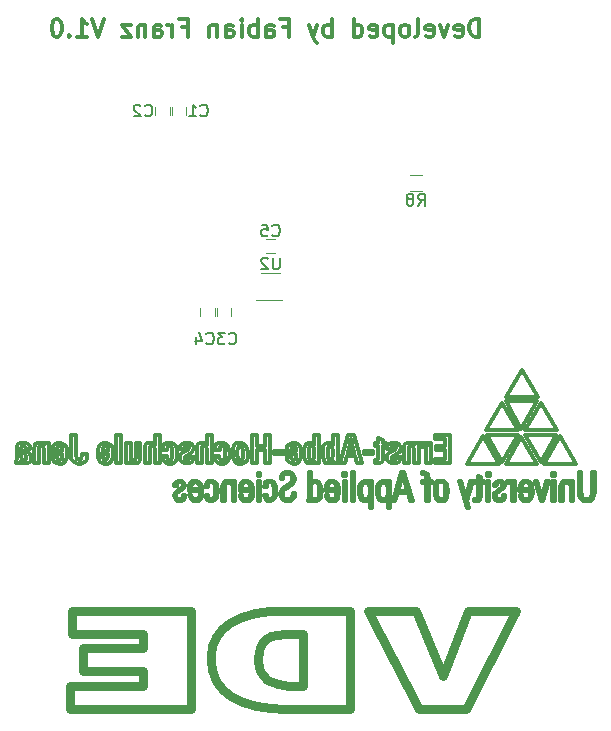
<source format=gbr>
G04 #@! TF.GenerationSoftware,KiCad,Pcbnew,(5.1.4-0-10_14)*
G04 #@! TF.CreationDate,2021-08-15T13:31:00+02:00*
G04 #@! TF.ProjectId,avrCubeRev2,61767243-7562-4655-9265-76322e6b6963,rev?*
G04 #@! TF.SameCoordinates,Original*
G04 #@! TF.FileFunction,Legend,Bot*
G04 #@! TF.FilePolarity,Positive*
%FSLAX46Y46*%
G04 Gerber Fmt 4.6, Leading zero omitted, Abs format (unit mm)*
G04 Created by KiCad (PCBNEW (5.1.4-0-10_14)) date 2021-08-15 13:31:00*
%MOMM*%
%LPD*%
G04 APERTURE LIST*
%ADD10C,0.304799*%
%ADD11C,0.800000*%
%ADD12C,0.300000*%
%ADD13C,0.120000*%
%ADD14C,0.150000*%
G04 APERTURE END LIST*
D10*
X92583000Y-99189016D02*
X91826440Y-99189016D01*
X99132016Y-102278864D02*
X99128976Y-102316184D01*
X99154144Y-102169048D02*
X99132016Y-102278864D01*
X99211432Y-102043616D02*
X99154144Y-102169048D01*
X99309536Y-101955944D02*
X99211432Y-102043616D01*
X99421512Y-101923392D02*
X99309536Y-101955944D01*
X99458400Y-101923392D02*
X99421512Y-101923392D01*
X99498336Y-101923392D02*
X99458400Y-101923392D01*
X99617688Y-101952472D02*
X99498336Y-101923392D01*
X99726632Y-102032760D02*
X99617688Y-101952472D01*
X99793032Y-102153432D02*
X99726632Y-102032760D01*
X99820816Y-102264976D02*
X99793032Y-102153432D01*
X99824728Y-102302728D02*
X99820816Y-102264976D01*
X99826456Y-102320960D02*
X99824728Y-102302728D01*
X99834704Y-102467664D02*
X99826456Y-102320960D01*
X99834704Y-102522784D02*
X99834704Y-102467664D01*
X99125072Y-102522784D02*
X99834704Y-102522784D01*
X98928888Y-102676000D02*
X98928888Y-102676000D01*
X99837744Y-102676000D02*
X98928888Y-102676000D01*
X99837744Y-102772352D02*
X99837744Y-102676000D01*
X99837744Y-102823992D02*
X99837744Y-102772352D01*
X99830800Y-102979816D02*
X99837744Y-102823992D01*
X99789568Y-103170792D02*
X99830800Y-102979816D01*
X99683656Y-103310984D02*
X99789568Y-103170792D01*
X99532624Y-103365234D02*
X99683656Y-103310984D01*
X99481832Y-103365234D02*
X99532624Y-103365234D01*
X99438432Y-103365234D02*
X99481832Y-103365234D01*
X99307360Y-103333984D02*
X99438432Y-103365234D01*
X99201456Y-103249784D02*
X99307360Y-103333984D01*
X99148072Y-103124784D02*
X99201456Y-103249784D01*
X99130712Y-103010632D02*
X99148072Y-103124784D01*
X99128976Y-102972440D02*
X99130712Y-103010632D01*
X98938872Y-102972440D02*
X99128976Y-102972440D01*
X98941480Y-103025816D02*
X98938872Y-102972440D01*
X98971856Y-103186416D02*
X98941480Y-103025816D01*
X99062136Y-103360025D02*
X98971856Y-103186416D01*
X99226200Y-103475911D02*
X99062136Y-103360025D01*
X99418032Y-103518445D02*
X99226200Y-103475911D01*
X99481832Y-103518445D02*
X99418032Y-103518445D01*
X99553888Y-103518445D02*
X99481832Y-103518445D01*
X99769168Y-103456380D02*
X99553888Y-103518445D01*
X99936704Y-103288408D02*
X99769168Y-103456380D01*
X100015256Y-103040584D02*
X99936704Y-103288408D01*
X100034360Y-102814448D02*
X100015256Y-103040584D01*
X100034360Y-102739360D02*
X100034360Y-102814448D01*
X100034360Y-102654296D02*
X100034360Y-102739360D01*
X100025248Y-102399520D02*
X100034360Y-102654296D01*
X99961432Y-102087449D02*
X100025248Y-102399520D01*
X99791304Y-101858720D02*
X99961432Y-102087449D01*
X99543904Y-101770184D02*
X99791304Y-101858720D01*
X99461432Y-101770184D02*
X99543904Y-101770184D01*
X99395904Y-101770184D02*
X99461432Y-101770184D01*
X99199288Y-101821400D02*
X99395904Y-101770184D01*
X99039568Y-101960720D02*
X99199288Y-101821400D01*
X98957536Y-102163408D02*
X99039568Y-101960720D01*
X98931488Y-102345264D02*
X98957536Y-102163408D01*
X98928888Y-102406032D02*
X98931488Y-102345264D01*
X98928024Y-102428160D02*
X98928888Y-102406032D01*
X98928888Y-102608288D02*
X98928024Y-102428160D01*
X98928888Y-102676000D02*
X98928888Y-102608288D01*
X100247472Y-101806640D02*
X100247472Y-101806640D01*
X100720128Y-103485025D02*
X100247472Y-101806640D01*
X100936704Y-103485025D02*
X100720128Y-103485025D01*
X101412824Y-101806640D02*
X100936704Y-103485025D01*
X101206232Y-101806640D02*
X101412824Y-101806640D01*
X100823424Y-103271920D02*
X101206232Y-101806640D01*
X100430624Y-101806640D02*
X100823424Y-103271920D01*
X100247472Y-101806640D02*
X100430624Y-101806640D01*
X101722288Y-101806640D02*
X101722288Y-101806640D01*
X101722288Y-103485025D02*
X101722288Y-101806640D01*
X101912392Y-103485025D02*
X101722288Y-103485025D01*
X101912392Y-101806640D02*
X101912392Y-103485025D01*
X101722288Y-101806640D02*
X101912392Y-101806640D01*
X101702328Y-101114360D02*
X101702328Y-101114360D01*
X101702328Y-101366976D02*
X101702328Y-101114360D01*
X101932360Y-101366976D02*
X101702328Y-101366976D01*
X101932360Y-101114360D02*
X101932360Y-101366976D01*
X101702328Y-101114360D02*
X101932360Y-101114360D01*
X102391560Y-103485025D02*
X102391560Y-103485025D01*
X102581672Y-103485025D02*
X102391560Y-103485025D01*
X102581672Y-102439448D02*
X102581672Y-103485025D01*
X102581672Y-102396048D02*
X102581672Y-102439448D01*
X102585568Y-102266704D02*
X102581672Y-102396048D01*
X102616392Y-102103952D02*
X102585568Y-102266704D01*
X102704056Y-101983288D02*
X102616392Y-102103952D01*
X102834704Y-101936416D02*
X102704056Y-101983288D01*
X91826440Y-99189016D02*
X91826440Y-98862200D01*
X90642920Y-98572264D02*
X90706200Y-98572264D01*
X90622920Y-98572264D02*
X90642920Y-98572264D01*
X90622920Y-98942048D02*
X90622920Y-98572264D01*
X91739720Y-100282328D02*
X91739720Y-100282328D01*
X93026120Y-100282328D02*
X91739720Y-100282328D01*
X93026120Y-97872176D02*
X93026120Y-100282328D01*
X91046440Y-98772784D02*
X91069480Y-98818792D01*
X90896360Y-98626520D02*
X91046440Y-98772784D01*
X90706200Y-98572264D02*
X90896360Y-98626520D01*
X92583000Y-98205504D02*
X91766120Y-98205504D01*
X91766120Y-97872176D02*
X93026120Y-97872176D01*
X91766120Y-98205504D02*
X91766120Y-97872176D01*
X91032200Y-99172960D02*
X90972680Y-99044920D01*
X91049560Y-99299696D02*
X91032200Y-99172960D01*
X91049560Y-99342232D02*
X91049560Y-99299696D01*
X91049560Y-100282328D02*
X91049560Y-99342232D01*
X91463160Y-100282328D02*
X91049560Y-100282328D01*
X91463160Y-98905592D02*
X91463160Y-100282328D01*
X91463160Y-98867408D02*
X91463160Y-98905592D01*
X91466680Y-98753688D02*
X91463160Y-98867408D01*
X91469720Y-98639976D02*
X91466680Y-98753688D01*
X99112912Y-92376936D02*
X99112912Y-92376936D01*
X100456232Y-94697736D02*
X99112912Y-92376936D01*
X97765256Y-94697736D02*
X100456232Y-94697736D01*
X99112912Y-92376936D02*
X97765256Y-94697736D01*
X95837720Y-98017576D02*
X95837720Y-98017576D01*
X97164600Y-100329208D02*
X95837720Y-98017576D01*
X94495720Y-100329208D02*
X97164600Y-100329208D01*
X95837720Y-98017576D02*
X94495720Y-100329208D01*
X99098592Y-98090064D02*
X99098592Y-98090064D01*
X100383312Y-100328776D02*
X99098592Y-98090064D01*
X97798680Y-100328776D02*
X100383312Y-100328776D01*
X99098592Y-98090064D02*
X97798680Y-100328776D01*
X101042600Y-100328776D02*
X101042600Y-100328776D01*
X102381144Y-98023648D02*
X101042600Y-100328776D01*
X103715344Y-100328776D02*
X102381144Y-98023648D01*
X101042600Y-100328776D02*
X103715344Y-100328776D01*
X99388088Y-97870872D02*
X99388088Y-97870872D01*
X102053024Y-97870872D02*
X99388088Y-97870872D01*
X100712744Y-100179040D02*
X102053024Y-97870872D01*
X99388088Y-97870872D02*
X100712744Y-100179040D01*
X99434968Y-97510632D02*
X99434968Y-97510632D01*
X100761792Y-95225496D02*
X99434968Y-97510632D01*
X102084272Y-97510632D02*
X100761792Y-95225496D01*
X99434968Y-97510632D02*
X102084272Y-97510632D01*
X99099888Y-97369576D02*
X99099888Y-97369576D01*
X97773072Y-95057976D02*
X99099888Y-97369576D01*
X100442344Y-95057976D02*
X97773072Y-95057976D01*
X99099888Y-97369576D02*
X100442344Y-95057976D01*
X96168920Y-97870872D02*
X96168920Y-97870872D01*
X98809088Y-97870872D02*
X96168920Y-97870872D01*
X97481400Y-100157760D02*
X98809088Y-97870872D01*
X96168920Y-97870872D02*
X97481400Y-100157760D01*
X98765688Y-97510632D02*
X98765688Y-97510632D01*
X96132440Y-97510632D02*
X98765688Y-97510632D01*
X97456672Y-95230216D02*
X96132440Y-97510632D01*
X98765688Y-97510632D02*
X97456672Y-95230216D01*
X69693640Y-103038840D02*
X69693640Y-103038840D01*
X69693640Y-103090928D02*
X69693640Y-103038840D01*
X69724920Y-103247176D02*
X69693640Y-103090928D01*
X69816920Y-103396917D02*
X69724920Y-103247176D01*
X69967880Y-103487630D02*
X69816920Y-103396917D01*
X70124680Y-103518445D02*
X69967880Y-103487630D01*
X70176680Y-103518445D02*
X70124680Y-103518445D01*
X70226680Y-103518445D02*
X70176680Y-103518445D01*
X70375880Y-103490668D02*
X70226680Y-103518445D01*
X70514760Y-103411676D02*
X70375880Y-103490668D01*
X70600760Y-103284936D02*
X70514760Y-103411676D01*
X70638120Y-103158200D02*
X70600760Y-103284936D01*
X70642920Y-103115664D02*
X70638120Y-103158200D01*
X70643720Y-103105248D02*
X70642920Y-103115664D01*
X70646360Y-103018008D02*
X70643720Y-103105248D01*
X70646360Y-102985464D02*
X70646360Y-103018008D01*
X70456200Y-102985464D02*
X70646360Y-102985464D01*
X70456200Y-103011496D02*
X70456200Y-102985464D01*
X70454040Y-103089624D02*
X70456200Y-103011496D01*
X70453240Y-103098744D02*
X70454040Y-103089624D01*
X70448440Y-103141713D02*
X70453240Y-103098744D01*
X70375000Y-103296656D02*
X70448440Y-103141713D01*
X70226680Y-103365234D02*
X70375000Y-103296656D01*
X70176680Y-103365234D02*
X70226680Y-103365234D01*
X70123320Y-103365234D02*
X70176680Y-103365234D01*
X69962360Y-103290144D02*
X70123320Y-103365234D01*
X69887240Y-103128688D02*
X69962360Y-103290144D01*
X69887240Y-103075304D02*
X69887240Y-103128688D01*
X69887240Y-103014544D02*
X69887240Y-103075304D01*
X69969640Y-102832248D02*
X69887240Y-103014544D01*
X70135000Y-102712448D02*
X69969640Y-102832248D01*
X70176680Y-102689448D02*
X70135000Y-102712448D01*
X70214040Y-102668616D02*
X70176680Y-102689448D01*
X70325560Y-102606984D02*
X70214040Y-102668616D01*
X70461880Y-102510200D02*
X70325560Y-102606984D01*
X70561240Y-102378248D02*
X70461880Y-102510200D01*
X70599480Y-102236328D02*
X70561240Y-102378248D01*
X70599480Y-102189448D02*
X70599480Y-102236328D01*
X70599480Y-102143872D02*
X70599480Y-102189448D01*
X70566440Y-102007160D02*
X70599480Y-102143872D01*
X70473160Y-101876088D02*
X70566440Y-102007160D01*
X70329880Y-101796648D02*
X70473160Y-101876088D01*
X70192360Y-101770184D02*
X70329880Y-101796648D01*
X70146360Y-101770184D02*
X70192360Y-101770184D01*
X70070760Y-101770184D02*
X70146360Y-101770184D01*
X69843800Y-101856120D02*
X70070760Y-101770184D01*
X69719640Y-102067488D02*
X69843800Y-101856120D01*
X69710600Y-102129984D02*
X69719640Y-102067488D01*
X69708760Y-102139976D02*
X69710600Y-102129984D01*
X69704440Y-102244576D02*
X69708760Y-102139976D01*
X69703640Y-102256296D02*
X69704440Y-102244576D01*
X69893720Y-102256296D02*
X69703640Y-102256296D01*
X69893720Y-102229384D02*
X69893720Y-102256296D01*
X69898920Y-102149088D02*
X69893720Y-102229384D01*
X69900200Y-102139976D02*
X69898920Y-102149088D01*
X69905480Y-102107417D02*
X69900200Y-102139976D01*
X69972680Y-101984152D02*
X69905480Y-102107417D01*
X70113320Y-101926432D02*
X69972680Y-101984152D01*
X70159800Y-101926432D02*
X70113320Y-101926432D01*
X70205800Y-101926432D02*
X70159800Y-101926432D01*
X70342600Y-101997176D02*
X70205800Y-101926432D01*
X70409800Y-102136497D02*
X70342600Y-101997176D01*
X70409800Y-102182944D02*
X70409800Y-102136497D01*
X70409800Y-102234592D02*
X70409800Y-102182944D01*
X70312600Y-102390408D02*
X70409800Y-102234592D01*
X70131560Y-102512376D02*
X70312600Y-102390408D01*
X70089880Y-102535808D02*
X70131560Y-102512376D01*
X70054360Y-102555776D02*
X70089880Y-102535808D01*
X69948040Y-102620008D02*
X70054360Y-102555776D01*
X69820760Y-102722008D02*
X69948040Y-102620008D01*
X69729240Y-102856984D02*
X69820760Y-102722008D01*
X69693640Y-102993272D02*
X69729240Y-102856984D01*
X69693640Y-103038840D02*
X69693640Y-102993272D01*
X71145480Y-102522784D02*
X71145480Y-102522784D01*
X71145480Y-102475040D02*
X71145480Y-102522784D01*
X71147640Y-102332688D02*
X71145480Y-102475040D01*
X71148920Y-102316184D02*
X71147640Y-102332688D01*
X71152040Y-102278864D02*
X71148920Y-102316184D01*
X71174600Y-102169048D02*
X71152040Y-102278864D01*
X71231480Y-102043616D02*
X71174600Y-102169048D01*
X71329880Y-101955944D02*
X71231480Y-102043616D01*
X71441480Y-101923392D02*
X71329880Y-101955944D01*
X71478360Y-101923392D02*
X71441480Y-101923392D01*
X71518360Y-101923392D02*
X71478360Y-101923392D01*
X71638120Y-101952472D02*
X71518360Y-101923392D01*
X71746601Y-102032760D02*
X71638120Y-101952472D01*
X71813000Y-102153432D02*
X71746601Y-102032760D01*
X71841240Y-102264976D02*
X71813000Y-102153432D01*
X71845161Y-102302728D02*
X71841240Y-102264976D01*
X71846920Y-102320960D02*
X71845161Y-102302728D01*
X71854680Y-102467664D02*
X71846920Y-102320960D01*
X71854680Y-102522784D02*
X71854680Y-102467664D01*
X71145480Y-102522784D02*
X71854680Y-102522784D01*
X70949240Y-102676000D02*
X70949240Y-102676000D01*
X71858121Y-102676000D02*
X70949240Y-102676000D01*
X71858121Y-102772352D02*
X71858121Y-102676000D01*
X71858121Y-102823992D02*
X71858121Y-102772352D01*
X71851240Y-102979816D02*
X71858121Y-102823992D01*
X71810041Y-103170792D02*
X71851240Y-102979816D01*
X71703640Y-103310984D02*
X71810041Y-103170792D01*
X71552600Y-103365234D02*
X71703640Y-103310984D01*
X71501800Y-103365234D02*
X71552600Y-103365234D01*
X71458360Y-103365234D02*
X71501800Y-103365234D01*
X71327320Y-103333984D02*
X71458360Y-103365234D01*
X71221880Y-103249784D02*
X71327320Y-103333984D01*
X71168040Y-103124784D02*
X71221880Y-103249784D01*
X71150680Y-103010632D02*
X71168040Y-103124784D01*
X71148920Y-102972440D02*
X71150680Y-103010632D01*
X70959240Y-102972440D02*
X71148920Y-102972440D01*
X70961880Y-103025816D02*
X70959240Y-102972440D01*
X70992200Y-103186416D02*
X70961880Y-103025816D01*
X71082120Y-103360025D02*
X70992200Y-103186416D01*
X71246120Y-103475911D02*
X71082120Y-103360025D01*
X71438040Y-103518445D02*
X71246120Y-103475911D01*
X71501800Y-103518445D02*
X71438040Y-103518445D01*
X71573880Y-103518445D02*
X71501800Y-103518445D01*
X71789160Y-103456380D02*
X71573880Y-103518445D01*
X71956680Y-103288408D02*
X71789160Y-103456380D01*
X72035240Y-103040584D02*
X71956680Y-103288408D01*
X72054360Y-102814448D02*
X72035240Y-103040584D01*
X72054360Y-102739360D02*
X72054360Y-102814448D01*
X72054360Y-102654296D02*
X72054360Y-102739360D01*
X72045241Y-102399520D02*
X72054360Y-102654296D01*
X71981801Y-102087449D02*
X72045241Y-102399520D01*
X71811720Y-101858720D02*
X71981801Y-102087449D01*
X71564360Y-101770184D02*
X71811720Y-101858720D01*
X71481800Y-101770184D02*
X71564360Y-101770184D01*
X71416360Y-101770184D02*
X71481800Y-101770184D01*
X71219640Y-101821400D02*
X71416360Y-101770184D01*
X71059560Y-101960720D02*
X71219640Y-101821400D01*
X70977880Y-102163408D02*
X71059560Y-101960720D01*
X70951880Y-102345264D02*
X70977880Y-102163408D01*
X70949240Y-102406032D02*
X70951880Y-102345264D01*
X70948440Y-102428160D02*
X70949240Y-102406032D01*
X70949240Y-102608288D02*
X70948440Y-102428160D01*
X70949240Y-102676000D02*
X70949240Y-102608288D01*
X72344201Y-102282760D02*
X72344201Y-102282760D01*
X72533880Y-102282760D02*
X72344201Y-102282760D01*
X72533880Y-102246744D02*
X72533880Y-102282760D01*
X72546120Y-102139544D02*
X72533880Y-102246744D01*
X72589881Y-102025384D02*
X72546120Y-102139544D01*
X72677561Y-101950304D02*
X72589881Y-102025384D01*
X72784760Y-101923392D02*
X72677561Y-101950304D01*
X72820361Y-101923392D02*
X72784760Y-101923392D01*
X72869001Y-101923392D02*
X72820361Y-101923392D01*
X73014760Y-101988496D02*
X72869001Y-101923392D01*
X73116761Y-102157760D02*
X73014760Y-101988496D01*
X73156760Y-102392144D02*
X73116761Y-102157760D01*
X73163240Y-102587448D02*
X73156760Y-102392144D01*
X73163240Y-102652560D02*
X73163240Y-102587448D01*
X73163240Y-102741096D02*
X73163240Y-102652560D01*
X73145000Y-103006728D02*
X73163240Y-102741096D01*
X73086920Y-103224608D02*
X73145000Y-103006728D01*
X72983560Y-103334848D02*
X73086920Y-103224608D01*
X72869001Y-103365234D02*
X72983560Y-103334848D01*
X72830360Y-103365234D02*
X72869001Y-103365234D01*
X72793880Y-103365234D02*
X72830360Y-103365234D01*
X72683240Y-103336584D02*
X72793880Y-103365234D01*
X72595560Y-103258896D02*
X72683240Y-103336584D01*
X72552120Y-103141273D02*
X72595560Y-103258896D01*
X72538681Y-103031896D02*
X72552120Y-103141273D01*
X72537320Y-102995440D02*
X72538681Y-103031896D01*
X72347241Y-102995440D02*
X72537320Y-102995440D01*
X72347241Y-103048824D02*
X72347241Y-102995440D01*
X72373800Y-103210288D02*
X72347241Y-103048824D01*
X72456680Y-103375216D02*
X72373800Y-103210288D01*
X72603320Y-103481120D02*
X72456680Y-103375216D01*
X72766121Y-103518445D02*
X72603320Y-103481120D01*
X72820361Y-103518445D02*
X72766121Y-103518445D01*
X72894600Y-103518445D02*
X72820361Y-103518445D01*
X73117240Y-103454210D02*
X72894600Y-103518445D01*
X73280440Y-103274520D02*
X73117240Y-103454210D01*
X73349480Y-102999784D02*
X73280440Y-103274520D01*
X73363320Y-102736760D02*
X73349480Y-102999784D01*
X73363320Y-102649088D02*
X73363320Y-102736760D01*
X73363320Y-102570960D02*
X73363320Y-102649088D01*
X73352920Y-102337448D02*
X73363320Y-102570960D01*
X73290040Y-102054472D02*
X73352920Y-102337448D01*
X73125880Y-101849176D02*
X73290040Y-102054472D01*
X72892040Y-101770184D02*
X73125880Y-101849176D01*
X72813880Y-101770184D02*
X72892040Y-101770184D01*
X72757000Y-101770184D02*
X72813880Y-101770184D01*
X72586040Y-101804040D02*
X72757000Y-101770184D01*
X72443240Y-101903864D02*
X72586040Y-101804040D01*
X72369001Y-102064888D02*
X72443240Y-101903864D01*
X72345560Y-102228088D02*
X72369001Y-102064888D01*
X72344201Y-102282760D02*
X72345560Y-102228088D01*
X73776120Y-103485025D02*
X73776120Y-103485025D01*
X73965800Y-103485025D02*
X73776120Y-103485025D01*
X73965800Y-102439448D02*
X73965800Y-103485025D01*
X73965800Y-102396048D02*
X73965800Y-102439448D01*
X73969640Y-102266704D02*
X73965800Y-102396048D01*
X74000440Y-102103952D02*
X73969640Y-102266704D01*
X74088120Y-101983288D02*
X74000440Y-102103952D01*
X74218760Y-101936416D02*
X74088120Y-101983288D01*
X74262200Y-101936416D02*
X74218760Y-101936416D01*
X74310360Y-101936416D02*
X74262200Y-101936416D01*
X74454040Y-101986760D02*
X74310360Y-101936416D01*
X74573480Y-102117841D02*
X74454040Y-101986760D01*
X74634600Y-102298832D02*
X74573480Y-102117841D01*
X74651560Y-102448992D02*
X74634600Y-102298832D01*
X74651560Y-102499352D02*
X74651560Y-102448992D01*
X74651560Y-103485025D02*
X74651560Y-102499352D01*
X74841640Y-103485025D02*
X74651560Y-103485025D01*
X74841640Y-102223304D02*
X74841640Y-103485025D01*
X74841640Y-102127385D02*
X74841640Y-102223304D01*
X74852920Y-101840496D02*
X74841640Y-102127385D01*
X74855160Y-101806640D02*
X74852920Y-101840496D01*
X74671880Y-101806640D02*
X74855160Y-101806640D01*
X74668440Y-102036672D02*
X74671880Y-101806640D01*
X74643720Y-101995440D02*
X74668440Y-102036672D01*
X74484920Y-101841792D02*
X74643720Y-101995440D01*
X74290920Y-101770184D02*
X74484920Y-101841792D01*
X74225800Y-101770184D02*
X74290920Y-101770184D01*
X74172760Y-101770184D02*
X74225800Y-101770184D01*
X74013880Y-101810104D02*
X74172760Y-101770184D01*
X73875000Y-101921216D02*
X74013880Y-101810104D01*
X73799160Y-102088761D02*
X73875000Y-101921216D01*
X73776120Y-102246744D02*
X73799160Y-102088761D01*
X73776120Y-102299696D02*
X73776120Y-102246744D01*
X73776120Y-103485025D02*
X73776120Y-102299696D01*
X75447560Y-102522784D02*
X75447560Y-102522784D01*
X75447560Y-102475040D02*
X75447560Y-102522784D01*
X75449720Y-102332688D02*
X75447560Y-102475040D01*
X75451000Y-102316184D02*
X75449720Y-102332688D01*
X75454040Y-102278864D02*
X75451000Y-102316184D01*
X75476680Y-102169048D02*
X75454040Y-102278864D01*
X75533880Y-102043616D02*
X75476680Y-102169048D01*
X75632040Y-101955944D02*
X75533880Y-102043616D01*
X75743560Y-101923392D02*
X75632040Y-101955944D01*
X75780440Y-101923392D02*
X75743560Y-101923392D01*
X75820360Y-101923392D02*
X75780440Y-101923392D01*
X75940120Y-101952472D02*
X75820360Y-101923392D01*
X76049160Y-102032760D02*
X75940120Y-101952472D01*
X76115160Y-102153432D02*
X76049160Y-102032760D01*
X76142920Y-102264976D02*
X76115160Y-102153432D01*
X76146760Y-102302728D02*
X76142920Y-102264976D01*
X76148440Y-102320960D02*
X76146760Y-102302728D01*
X76156760Y-102467664D02*
X76148440Y-102320960D01*
X76156760Y-102522784D02*
X76156760Y-102467664D01*
X75447560Y-102522784D02*
X76156760Y-102522784D01*
X75250920Y-102676000D02*
X75250920Y-102676000D01*
X76160200Y-102676000D02*
X75250920Y-102676000D01*
X76160200Y-102772352D02*
X76160200Y-102676000D01*
X76160200Y-102823992D02*
X76160200Y-102772352D01*
X76153240Y-102979816D02*
X76160200Y-102823992D01*
X76112040Y-103170792D02*
X76153240Y-102979816D01*
X76005720Y-103310984D02*
X76112040Y-103170792D01*
X75854680Y-103365234D02*
X76005720Y-103310984D01*
X75803880Y-103365234D02*
X75854680Y-103365234D01*
X75760440Y-103365234D02*
X75803880Y-103365234D01*
X75629480Y-103333984D02*
X75760440Y-103365234D01*
X75523880Y-103249784D02*
X75629480Y-103333984D01*
X75470600Y-103124784D02*
X75523880Y-103249784D01*
X75452760Y-103010632D02*
X75470600Y-103124784D01*
X75451000Y-102972440D02*
X75452760Y-103010632D01*
X75261320Y-102972440D02*
X75451000Y-102972440D01*
X75263880Y-103025816D02*
X75261320Y-102972440D01*
X75294360Y-103186416D02*
X75263880Y-103025816D01*
X75384200Y-103360025D02*
X75294360Y-103186416D01*
X75548680Y-103475911D02*
X75384200Y-103360025D01*
X75740120Y-103518445D02*
X75548680Y-103475911D01*
X75803880Y-103518445D02*
X75740120Y-103518445D01*
X75875880Y-103518445D02*
X75803880Y-103518445D01*
X76091240Y-103456380D02*
X75875880Y-103518445D01*
X76259240Y-103288408D02*
X76091240Y-103456380D01*
X76337800Y-103040584D02*
X76259240Y-103288408D01*
X76356760Y-102814448D02*
X76337800Y-103040584D01*
X76356760Y-102739360D02*
X76356760Y-102814448D01*
X76356760Y-102654296D02*
X76356760Y-102739360D01*
X76347720Y-102399520D02*
X76356760Y-102654296D01*
X76283880Y-102087449D02*
X76347720Y-102399520D01*
X76113800Y-101858720D02*
X76283880Y-102087449D01*
X75866360Y-101770184D02*
X76113800Y-101858720D01*
X75783880Y-101770184D02*
X75866360Y-101770184D01*
X75718360Y-101770184D02*
X75783880Y-101770184D01*
X75521320Y-101821400D02*
X75718360Y-101770184D01*
X75361560Y-101960720D02*
X75521320Y-101821400D01*
X75280040Y-102163408D02*
X75361560Y-101960720D01*
X75253560Y-102345264D02*
X75280040Y-102163408D01*
X75250920Y-102406032D02*
X75253560Y-102345264D01*
X75250440Y-102428160D02*
X75250920Y-102406032D01*
X75250920Y-102608288D02*
X75250440Y-102428160D01*
X75250920Y-102676000D02*
X75250920Y-102608288D01*
X76776600Y-101806640D02*
X76776600Y-101806640D01*
X76776600Y-103485025D02*
X76776600Y-101806640D01*
X76965800Y-103485025D02*
X76776600Y-103485025D01*
X76965800Y-101806640D02*
X76965800Y-103485025D01*
X76776600Y-101806640D02*
X76965800Y-101806640D01*
X76756120Y-101114360D02*
X76756120Y-101114360D01*
X76756120Y-101366976D02*
X76756120Y-101114360D01*
X76985800Y-101366976D02*
X76756120Y-101366976D01*
X76985800Y-101114360D02*
X76985800Y-101366976D01*
X76756120Y-101114360D02*
X76985800Y-101114360D01*
X77322600Y-102282760D02*
X77322600Y-102282760D01*
X77512200Y-102282760D02*
X77322600Y-102282760D01*
X77512200Y-102246744D02*
X77512200Y-102282760D01*
X77524360Y-102139544D02*
X77512200Y-102246744D01*
X77568200Y-102025384D02*
X77524360Y-102139544D01*
X77655480Y-101950304D02*
X77568200Y-102025384D01*
X77763160Y-101923392D02*
X77655480Y-101950304D01*
X77798680Y-101923392D02*
X77763160Y-101923392D01*
X77847240Y-101923392D02*
X77798680Y-101923392D01*
X77992680Y-101988496D02*
X77847240Y-101923392D01*
X78095160Y-102157760D02*
X77992680Y-101988496D01*
X78135000Y-102392144D02*
X78095160Y-102157760D01*
X78141560Y-102587448D02*
X78135000Y-102392144D01*
X78141560Y-102652560D02*
X78141560Y-102587448D01*
X78141560Y-102741096D02*
X78141560Y-102652560D01*
X78123320Y-103006728D02*
X78141560Y-102741096D01*
X78065160Y-103224608D02*
X78123320Y-103006728D01*
X77961880Y-103334848D02*
X78065160Y-103224608D01*
X77847240Y-103365234D02*
X77961880Y-103334848D01*
X77808680Y-103365234D02*
X77847240Y-103365234D01*
X77771800Y-103365234D02*
X77808680Y-103365234D01*
X77661160Y-103336584D02*
X77771800Y-103365234D01*
X77573480Y-103258896D02*
X77661160Y-103336584D01*
X77530040Y-103141273D02*
X77573480Y-103258896D01*
X77516600Y-103031896D02*
X77530040Y-103141273D01*
X77515240Y-102995440D02*
X77516600Y-103031896D01*
X77325560Y-102995440D02*
X77515240Y-102995440D01*
X77325560Y-103048824D02*
X77325560Y-102995440D01*
X77352040Y-103210288D02*
X77325560Y-103048824D01*
X77435000Y-103375216D02*
X77352040Y-103210288D01*
X77581640Y-103481120D02*
X77435000Y-103375216D01*
X77744440Y-103518445D02*
X77581640Y-103481120D01*
X77798680Y-103518445D02*
X77744440Y-103518445D01*
X77872920Y-103518445D02*
X77798680Y-103518445D01*
X78095560Y-103454210D02*
X77872920Y-103518445D01*
X78258760Y-103274520D02*
X78095560Y-103454210D01*
X78327320Y-102999784D02*
X78258760Y-103274520D01*
X78341240Y-102736760D02*
X78327320Y-102999784D01*
X78341240Y-102649088D02*
X78341240Y-102736760D01*
X78341240Y-102570960D02*
X78341240Y-102649088D01*
X78330760Y-102337448D02*
X78341240Y-102570960D01*
X78267880Y-102054472D02*
X78330760Y-102337448D01*
X78104200Y-101849176D02*
X78267880Y-102054472D01*
X77870360Y-101770184D02*
X78104200Y-101849176D01*
X77792120Y-101770184D02*
X77870360Y-101770184D01*
X77735320Y-101770184D02*
X77792120Y-101770184D01*
X77563880Y-101804040D02*
X77735320Y-101770184D01*
X77421480Y-101903864D02*
X77563880Y-101804040D01*
X77346920Y-102064888D02*
X77421480Y-101903864D01*
X77323880Y-102228088D02*
X77346920Y-102064888D01*
X77322600Y-102282760D02*
X77323880Y-102228088D01*
X78690600Y-102912104D02*
X78690600Y-102912104D01*
X78690600Y-102977648D02*
X78690600Y-102912104D01*
X78733560Y-103174696D02*
X78690600Y-102977648D01*
X78855560Y-103369140D02*
X78733560Y-103174696D01*
X79047800Y-103489800D02*
X78855560Y-103369140D01*
X79237480Y-103531466D02*
X79047800Y-103489800D01*
X79300440Y-103531466D02*
X79237480Y-103531466D01*
X79372920Y-103531466D02*
X79300440Y-103531466D01*
X79589480Y-103487630D02*
X79372920Y-103531466D01*
X79787000Y-103358723D02*
X79589480Y-103487630D01*
X79900200Y-103147784D02*
X79787000Y-103358723D01*
X79936200Y-102930776D02*
X79900200Y-103147784D01*
X79936200Y-102858720D02*
X79936200Y-102930776D01*
X79936200Y-102832248D02*
X79936200Y-102858720D01*
X79726200Y-102832248D02*
X79936200Y-102832248D01*
X79726200Y-102858720D02*
X79726200Y-102832248D01*
X79726200Y-102909072D02*
X79726200Y-102858720D01*
X79707560Y-103060544D02*
X79726200Y-102909072D01*
X79641160Y-103218528D02*
X79707560Y-103060544D01*
X79511800Y-103321400D02*
X79641160Y-103218528D01*
X79356040Y-103358290D02*
X79511800Y-103321400D01*
X79303880Y-103358290D02*
X79356040Y-103358290D01*
X79257480Y-103358290D02*
X79303880Y-103358290D01*
X79118120Y-103327472D02*
X79257480Y-103358290D01*
X78994440Y-103239800D02*
X79118120Y-103327472D01*
X78925480Y-103102648D02*
X78994440Y-103239800D01*
X78904120Y-102967232D02*
X78925480Y-103102648D01*
X78904120Y-102922096D02*
X78904120Y-102967232D01*
X78904120Y-102870440D02*
X78904120Y-102922096D01*
X78936680Y-102715496D02*
X78904120Y-102870440D01*
X79023480Y-102572696D02*
X78936680Y-102715496D01*
X79150200Y-102468528D02*
X79023480Y-102572696D01*
X79262680Y-102399088D02*
X79150200Y-102468528D01*
X79300440Y-102376520D02*
X79262680Y-102399088D01*
X79360360Y-102340064D02*
X79300440Y-102376520D01*
X79538680Y-102228952D02*
X79360360Y-102340064D01*
X79731000Y-102074872D02*
X79538680Y-102228952D01*
X79859480Y-101880432D02*
X79731000Y-102074872D01*
X79906360Y-101679904D02*
X79859480Y-101880432D01*
X79906360Y-101613496D02*
X79906360Y-101679904D01*
X79906360Y-101551864D02*
X79906360Y-101613496D01*
X79860760Y-101367840D02*
X79906360Y-101551864D01*
X79733560Y-101184672D02*
X79860760Y-101367840D01*
X79540040Y-101070528D02*
X79733560Y-101184672D01*
X79355560Y-101031032D02*
X79540040Y-101070528D01*
X79293880Y-101031032D02*
X79355560Y-101031032D01*
X79231800Y-101031032D02*
X79293880Y-101031032D01*
X79044360Y-101064888D02*
X79231800Y-101031032D01*
X78859000Y-101169048D02*
X79044360Y-101064888D01*
X78744040Y-101345264D02*
X78859000Y-101169048D01*
X78704040Y-101534072D02*
X78744040Y-101345264D01*
X78704040Y-101597008D02*
X78704040Y-101534072D01*
X78704040Y-101670352D02*
X78704040Y-101597008D01*
X78910680Y-101670352D02*
X78704040Y-101670352D01*
X78910680Y-101616976D02*
X78910680Y-101670352D01*
X78910680Y-101574432D02*
X78910680Y-101616976D01*
X78928040Y-101446832D02*
X78910680Y-101574432D01*
X78989640Y-101316616D02*
X78928040Y-101446832D01*
X79109000Y-101232848D02*
X78989640Y-101316616D01*
X79252680Y-101203776D02*
X79109000Y-101232848D01*
X79300440Y-101203776D02*
X79252680Y-101203776D01*
X79342120Y-101203776D02*
X79300440Y-101203776D01*
X79465800Y-101231552D02*
X79342120Y-101203776D01*
X79589480Y-101311416D02*
X79465800Y-101231552D01*
X79666680Y-101438152D02*
X79589480Y-101311416D01*
X79693240Y-101564448D02*
X79666680Y-101438152D01*
X79693240Y-101606984D02*
X79693240Y-101564448D01*
X79693240Y-101661240D02*
X79693240Y-101606984D01*
X79652040Y-101824872D02*
X79693240Y-101661240D01*
X79541640Y-101972440D02*
X79652040Y-101824872D01*
X79382920Y-102084848D02*
X79541640Y-101972440D01*
X79243160Y-102167320D02*
X79382920Y-102084848D01*
X79197160Y-102196400D02*
X79243160Y-102167320D01*
X79148920Y-102226776D02*
X79197160Y-102196400D01*
X79003160Y-102319664D02*
X79148920Y-102226776D01*
X78841640Y-102455504D02*
X79003160Y-102319664D01*
X78731480Y-102640408D02*
X78841640Y-102455504D01*
X78690600Y-102843960D02*
X78731480Y-102640408D01*
X78690600Y-102912104D02*
X78690600Y-102843960D01*
X81251800Y-102659504D02*
X81251800Y-102659504D01*
X81251800Y-102587888D02*
X81251800Y-102659504D01*
X81261320Y-102373920D02*
X81251800Y-102587888D01*
X81307800Y-102142144D02*
X81261320Y-102373920D01*
X81417560Y-101986760D02*
X81307800Y-102142144D01*
X81567800Y-101929904D02*
X81417560Y-101986760D01*
X81617720Y-101929904D02*
X81567800Y-101929904D01*
X81668440Y-101929904D02*
X81617720Y-101929904D01*
X81820760Y-101998488D02*
X81668440Y-101929904D01*
X81929320Y-102169488D02*
X81820760Y-101998488D01*
X81973160Y-102390408D02*
X81929320Y-102169488D01*
X81981000Y-102554472D02*
X81973160Y-102390408D01*
X81981000Y-102609152D02*
X81981000Y-102554472D01*
X81981000Y-102683376D02*
X81981000Y-102609152D01*
X81968760Y-102907328D02*
X81981000Y-102683376D01*
X81919320Y-103140841D02*
X81968760Y-102907328D01*
X81813880Y-103293616D02*
X81919320Y-103140841D01*
X81679800Y-103348304D02*
X81813880Y-103293616D01*
X81634600Y-103348304D02*
X81679800Y-103348304D01*
X81580360Y-103348304D02*
X81634600Y-103348304D01*
X81417560Y-103286672D02*
X81580360Y-103348304D01*
X81303480Y-103126952D02*
X81417560Y-103286672D01*
X81259240Y-102905592D02*
X81303480Y-103126952D01*
X81251800Y-102720704D02*
X81259240Y-102905592D01*
X81251800Y-102659504D02*
X81251800Y-102720704D01*
X81058680Y-103485025D02*
X81058680Y-103485025D01*
X81241320Y-103485025D02*
X81058680Y-103485025D01*
X81244920Y-103285376D02*
X81241320Y-103485025D01*
X81270040Y-103324432D02*
X81244920Y-103285376D01*
X81407560Y-103456814D02*
X81270040Y-103324432D01*
X81580360Y-103511501D02*
X81407560Y-103456814D01*
X81637640Y-103511501D02*
X81580360Y-103511501D01*
X81712360Y-103511501D02*
X81637640Y-103511501D01*
X81935320Y-103425564D02*
X81712360Y-103511501D01*
X82096040Y-103207248D02*
X81935320Y-103425564D01*
X82161560Y-102914272D02*
X82096040Y-103207248D01*
X82174120Y-102682944D02*
X82161560Y-102914272D01*
X82174120Y-102606120D02*
X82174120Y-102682944D01*
X82174120Y-102534072D02*
X82174120Y-102606120D01*
X82155000Y-102319232D02*
X82174120Y-102534072D01*
X82078680Y-102049264D02*
X82155000Y-102319232D01*
X81915480Y-101848744D02*
X82078680Y-102049264D01*
X81707160Y-101770184D02*
X81915480Y-101848744D01*
X81637640Y-101770184D02*
X81707160Y-101770184D01*
X81578200Y-101770184D02*
X81637640Y-101770184D01*
X81399800Y-101822264D02*
X81578200Y-101770184D01*
X81280040Y-101935984D02*
X81399800Y-101822264D01*
X81261320Y-101966792D02*
X81280040Y-101935984D01*
X81261320Y-101077472D02*
X81261320Y-101966792D01*
X81071640Y-101077472D02*
X81261320Y-101077472D01*
X81071640Y-103162112D02*
X81071640Y-101077472D01*
X81071640Y-103235896D02*
X81071640Y-103162112D01*
X81060360Y-103458116D02*
X81071640Y-103235896D01*
X81058680Y-103485025D02*
X81060360Y-103458116D01*
X82713560Y-102522784D02*
X82713560Y-102522784D01*
X82713560Y-102475040D02*
X82713560Y-102522784D01*
X82715320Y-102332688D02*
X82713560Y-102475040D01*
X82716680Y-102316184D02*
X82715320Y-102332688D01*
X82719640Y-102278864D02*
X82716680Y-102316184D01*
X82742200Y-102169048D02*
X82719640Y-102278864D01*
X82799560Y-102043616D02*
X82742200Y-102169048D01*
X82897720Y-101955944D02*
X82799560Y-102043616D01*
X83009560Y-101923392D02*
X82897720Y-101955944D01*
X83046440Y-101923392D02*
X83009560Y-101923392D01*
X83086440Y-101923392D02*
X83046440Y-101923392D01*
X83205800Y-101952472D02*
X83086440Y-101923392D01*
X83314760Y-102032760D02*
X83205800Y-101952472D01*
X83381160Y-102153432D02*
X83314760Y-102032760D01*
X83408920Y-102264976D02*
X83381160Y-102153432D01*
X83412760Y-102302728D02*
X83408920Y-102264976D01*
X83414600Y-102320960D02*
X83412760Y-102302728D01*
X83422360Y-102467664D02*
X83414600Y-102320960D01*
X83422360Y-102522784D02*
X83422360Y-102467664D01*
X82713560Y-102522784D02*
X83422360Y-102522784D01*
X82517000Y-102676000D02*
X82517000Y-102676000D01*
X83426200Y-102676000D02*
X82517000Y-102676000D01*
X83426200Y-102772352D02*
X83426200Y-102676000D01*
X83426200Y-102823992D02*
X83426200Y-102772352D01*
X83419320Y-102979816D02*
X83426200Y-102823992D01*
X83378120Y-103170792D02*
X83419320Y-102979816D01*
X83271800Y-103310984D02*
X83378120Y-103170792D01*
X83120360Y-103365234D02*
X83271800Y-103310984D01*
X83069480Y-103365234D02*
X83120360Y-103365234D01*
X83026120Y-103365234D02*
X83069480Y-103365234D01*
X82895480Y-103333984D02*
X83026120Y-103365234D01*
X82789560Y-103249784D02*
X82895480Y-103333984D01*
X82736120Y-103124784D02*
X82789560Y-103249784D01*
X82718360Y-103010632D02*
X82736120Y-103124784D01*
X82716680Y-102972440D02*
X82718360Y-103010632D01*
X82527000Y-102972440D02*
X82716680Y-102972440D01*
X82529560Y-103025816D02*
X82527000Y-102972440D01*
X82560040Y-103186416D02*
X82529560Y-103025816D01*
X82649800Y-103360025D02*
X82560040Y-103186416D01*
X82814360Y-103475911D02*
X82649800Y-103360025D01*
X83005720Y-103518445D02*
X82814360Y-103475911D01*
X83069480Y-103518445D02*
X83005720Y-103518445D01*
X83141560Y-103518445D02*
X83069480Y-103518445D01*
X83357240Y-103456380D02*
X83141560Y-103518445D01*
X83524760Y-103288408D02*
X83357240Y-103456380D01*
X83603320Y-103040584D02*
X83524760Y-103288408D01*
X83622440Y-102814448D02*
X83603320Y-103040584D01*
X83622440Y-102739360D02*
X83622440Y-102814448D01*
X83622440Y-102654296D02*
X83622440Y-102739360D01*
X83613320Y-102399520D02*
X83622440Y-102654296D01*
X83549560Y-102087449D02*
X83613320Y-102399520D01*
X83379480Y-101858720D02*
X83549560Y-102087449D01*
X83132040Y-101770184D02*
X83379480Y-101858720D01*
X83049560Y-101770184D02*
X83132040Y-101770184D01*
X82984040Y-101770184D02*
X83049560Y-101770184D01*
X82787000Y-101821400D02*
X82984040Y-101770184D01*
X82627240Y-101960720D02*
X82787000Y-101821400D01*
X82545720Y-102163408D02*
X82627240Y-101960720D01*
X82519560Y-102345264D02*
X82545720Y-102163408D01*
X82517000Y-102406032D02*
X82519560Y-102345264D01*
X82516120Y-102428160D02*
X82517000Y-102406032D01*
X82517000Y-102608288D02*
X82516120Y-102428160D01*
X82517000Y-102676000D02*
X82517000Y-102608288D01*
X84042120Y-101806640D02*
X84042120Y-101806640D01*
X84042120Y-103485025D02*
X84042120Y-101806640D01*
X84231800Y-103485025D02*
X84042120Y-103485025D01*
X84231800Y-101806640D02*
X84231800Y-103485025D01*
X84042120Y-101806640D02*
X84231800Y-101806640D01*
X84022200Y-101114360D02*
X84022200Y-101114360D01*
X84022200Y-101366976D02*
X84022200Y-101114360D01*
X84251800Y-101366976D02*
X84022200Y-101366976D01*
X84251800Y-101114360D02*
X84251800Y-101366976D01*
X84022200Y-101114360D02*
X84251800Y-101114360D01*
X84717880Y-101077472D02*
X84717880Y-101077472D01*
X84717880Y-103485025D02*
X84717880Y-101077472D01*
X84908040Y-103485025D02*
X84717880Y-103485025D01*
X84908040Y-101077472D02*
X84908040Y-103485025D01*
X84717880Y-101077472D02*
X84908040Y-101077472D01*
X85520440Y-102609152D02*
X85520440Y-102609152D01*
X85520440Y-102555776D02*
X85520440Y-102609152D01*
X85526120Y-102395616D02*
X85520440Y-102555776D01*
X85564360Y-102176432D02*
X85526120Y-102395616D01*
X85668440Y-102005432D02*
X85564360Y-102176432D01*
X85819880Y-101936416D02*
X85668440Y-102005432D01*
X85870360Y-101936416D02*
X85819880Y-101936416D01*
X85925880Y-101936416D02*
X85870360Y-101936416D01*
X86091240Y-102010632D02*
X85925880Y-101936416D01*
X86203720Y-102195528D02*
X86091240Y-102010632D01*
X86244440Y-102431208D02*
X86203720Y-102195528D01*
X86249720Y-102602208D02*
X86244440Y-102431208D01*
X86249720Y-102659504D02*
X86249720Y-102602208D01*
X86249720Y-102716360D02*
X86249720Y-102659504D01*
X86245640Y-102888240D02*
X86249720Y-102716360D01*
X86207160Y-103110456D02*
X86245640Y-102888240D01*
X86093800Y-103278432D02*
X86207160Y-103110456D01*
X85923640Y-103345272D02*
X86093800Y-103278432D01*
X85866760Y-103345272D02*
X85923640Y-103345272D01*
X85814360Y-103345272D02*
X85866760Y-103345272D01*
X85656760Y-103266272D02*
X85814360Y-103345272D01*
X85555240Y-103073136D02*
X85656760Y-103266272D01*
X85522680Y-102832248D02*
X85555240Y-103073136D01*
X85520440Y-102664704D02*
X85522680Y-102832248D01*
X85520440Y-102609152D02*
X85520440Y-102664704D01*
X85327320Y-102606120D02*
X85327320Y-102606120D01*
X85327320Y-102682072D02*
X85327320Y-102606120D01*
X85336920Y-102909944D02*
X85327320Y-102682072D01*
X85395880Y-103202040D02*
X85336920Y-102909944D01*
X85552120Y-103421657D02*
X85395880Y-103202040D01*
X85778200Y-103508463D02*
X85552120Y-103421657D01*
X85853320Y-103508463D02*
X85778200Y-103508463D01*
X85908040Y-103508463D02*
X85853320Y-103508463D01*
X86071640Y-103463759D02*
X85908040Y-103508463D01*
X86214040Y-103350040D02*
X86071640Y-103463759D01*
X86239640Y-103315320D02*
X86214040Y-103350040D01*
X86239640Y-104124349D02*
X86239640Y-103315320D01*
X86429800Y-104124349D02*
X86239640Y-104124349D01*
X86429800Y-102196400D02*
X86429800Y-104124349D01*
X86429800Y-102106553D02*
X86429800Y-102196400D01*
X86438920Y-101838320D02*
X86429800Y-102106553D01*
X86442760Y-101806640D02*
X86438920Y-101838320D01*
X86259560Y-101806640D02*
X86442760Y-101806640D01*
X86256120Y-102013240D02*
X86259560Y-101806640D01*
X86233160Y-101973304D02*
X86256120Y-102013240D01*
X86085160Y-101831816D02*
X86233160Y-101973304D01*
X85904120Y-101770184D02*
X86085160Y-101831816D01*
X85843320Y-101770184D02*
X85904120Y-101770184D01*
X85773160Y-101770184D02*
X85843320Y-101770184D01*
X85562120Y-101849608D02*
X85773160Y-101770184D01*
X85407240Y-102051864D02*
X85562120Y-101849608D01*
X85341240Y-102321832D02*
X85407240Y-102051864D01*
X85327320Y-102534944D02*
X85341240Y-102321832D01*
X85327320Y-102606120D02*
X85327320Y-102534944D01*
X87042120Y-102609152D02*
X87042120Y-102609152D01*
X87042120Y-102555776D02*
X87042120Y-102609152D01*
X87047800Y-102395616D02*
X87042120Y-102555776D01*
X87086040Y-102176432D02*
X87047800Y-102395616D01*
X87190120Y-102005432D02*
X87086040Y-102176432D01*
X87341640Y-101936416D02*
X87190120Y-102005432D01*
X87392040Y-101936416D02*
X87341640Y-101936416D01*
X87447560Y-101936416D02*
X87392040Y-101936416D01*
X87612920Y-102010632D02*
X87447560Y-101936416D01*
X87725320Y-102195528D02*
X87612920Y-102010632D01*
X87766120Y-102431208D02*
X87725320Y-102195528D01*
X87771320Y-102602208D02*
X87766120Y-102431208D01*
X87771320Y-102659504D02*
X87771320Y-102602208D01*
X87771320Y-102716360D02*
X87771320Y-102659504D01*
X87767480Y-102888240D02*
X87771320Y-102716360D01*
X87728760Y-103110456D02*
X87767480Y-102888240D01*
X87615560Y-103278432D02*
X87728760Y-103110456D01*
X87445320Y-103345272D02*
X87615560Y-103278432D01*
X87388600Y-103345272D02*
X87445320Y-103345272D01*
X87336040Y-103345272D02*
X87388600Y-103345272D01*
X87178440Y-103266272D02*
X87336040Y-103345272D01*
X87076920Y-103073136D02*
X87178440Y-103266272D01*
X87044360Y-102832248D02*
X87076920Y-103073136D01*
X87042120Y-102664704D02*
X87044360Y-102832248D01*
X87042120Y-102609152D02*
X87042120Y-102664704D01*
X86849000Y-102606120D02*
X86849000Y-102606120D01*
X86849000Y-102682072D02*
X86849000Y-102606120D01*
X86858600Y-102909944D02*
X86849000Y-102682072D01*
X86917560Y-103202040D02*
X86858600Y-102909944D01*
X87073880Y-103421657D02*
X86917560Y-103202040D01*
X87300040Y-103508463D02*
X87073880Y-103421657D01*
X87375000Y-103508463D02*
X87300040Y-103508463D01*
X87429800Y-103508463D02*
X87375000Y-103508463D01*
X87593800Y-103463759D02*
X87429800Y-103508463D01*
X87735800Y-103350040D02*
X87593800Y-103463759D01*
X87761320Y-103315320D02*
X87735800Y-103350040D01*
X87761320Y-104124349D02*
X87761320Y-103315320D01*
X87951000Y-104124349D02*
X87761320Y-104124349D01*
X87951000Y-102196400D02*
X87951000Y-104124349D01*
X87951000Y-102106553D02*
X87951000Y-102196400D01*
X87960600Y-101838320D02*
X87951000Y-102106553D01*
X87964440Y-101806640D02*
X87960600Y-101838320D01*
X87781320Y-101806640D02*
X87964440Y-101806640D01*
X87777800Y-102013240D02*
X87781320Y-101806640D01*
X87754760Y-101973304D02*
X87777800Y-102013240D01*
X87606760Y-101831816D02*
X87754760Y-101973304D01*
X87425880Y-101770184D02*
X87606760Y-101831816D01*
X87365560Y-101770184D02*
X87425880Y-101770184D01*
X87295240Y-101770184D02*
X87365560Y-101770184D01*
X87083800Y-101849608D02*
X87295240Y-101770184D01*
X86928920Y-102051864D02*
X87083800Y-101849608D01*
X86862920Y-102321832D02*
X86928920Y-102051864D01*
X86849000Y-102534944D02*
X86862920Y-102321832D01*
X86849000Y-102606120D02*
X86849000Y-102534944D01*
X88663240Y-102676000D02*
X88663240Y-102676000D01*
X89052600Y-101297096D02*
X88663240Y-102676000D01*
X89442360Y-102676000D02*
X89052600Y-101297096D01*
X88663240Y-102676000D02*
X89442360Y-102676000D01*
X88213560Y-103485025D02*
X88213560Y-103485025D01*
X88423240Y-103485025D02*
X88213560Y-103485025D01*
X88606440Y-102849176D02*
X88423240Y-103485025D01*
X89498760Y-102849176D02*
X88606440Y-102849176D01*
X89685320Y-103485025D02*
X89498760Y-102849176D01*
X89885000Y-103485025D02*
X89685320Y-103485025D01*
X89162360Y-101077472D02*
X89885000Y-103485025D01*
X88929320Y-101077472D02*
X89162360Y-101077472D01*
X88213560Y-103485025D02*
X88929320Y-101077472D01*
X90714440Y-101963320D02*
X90714440Y-101963320D01*
X91037320Y-101963320D02*
X90714440Y-101963320D01*
X91037320Y-103485025D02*
X91037320Y-101963320D01*
X91227000Y-103485025D02*
X91037320Y-103485025D01*
X91227000Y-101963320D02*
X91227000Y-103485025D01*
X91483560Y-101963320D02*
X91227000Y-101963320D01*
X91483560Y-101806640D02*
X91483560Y-101963320D01*
X91227000Y-101806640D02*
X91483560Y-101806640D01*
X91227000Y-101623488D02*
X91227000Y-101806640D01*
X91227000Y-101570528D02*
X91227000Y-101623488D01*
X91217880Y-101411672D02*
X91227000Y-101570528D01*
X91167560Y-101231984D02*
X91217880Y-101411672D01*
X91043480Y-101107416D02*
X91167560Y-101231984D01*
X90869000Y-101060984D02*
X91043480Y-101107416D01*
X90810760Y-101060984D02*
X90869000Y-101060984D01*
X90789160Y-101060984D02*
X90810760Y-101060984D01*
X90722680Y-101066616D02*
X90789160Y-101060984D01*
X90714440Y-101067488D02*
X90722680Y-101066616D01*
X90714440Y-101234152D02*
X90714440Y-101067488D01*
X90720600Y-101233288D02*
X90714440Y-101234152D01*
X90764360Y-101230688D02*
X90720600Y-101233288D01*
X90780920Y-101230688D02*
X90764360Y-101230688D01*
X90832120Y-101230688D02*
X90780920Y-101230688D01*
X90985320Y-101298392D02*
X90832120Y-101230688D01*
X91037320Y-101474608D02*
X90985320Y-101298392D01*
X91037320Y-101533640D02*
X91037320Y-101474608D01*
X91037320Y-101806640D02*
X91037320Y-101533640D01*
X90714440Y-101806640D02*
X91037320Y-101806640D01*
X90714440Y-101963320D02*
X90714440Y-101806640D01*
X91933240Y-102805776D02*
X91933240Y-102805776D01*
X91933240Y-102599176D02*
X91933240Y-102805776D01*
X91933240Y-102543616D02*
X91933240Y-102599176D01*
X91936200Y-102378248D02*
X91933240Y-102543616D01*
X91970120Y-102158640D02*
X91936200Y-102378248D01*
X92072120Y-101990232D02*
X91970120Y-102158640D01*
X92227480Y-101923392D02*
X92072120Y-101990232D01*
X92279160Y-101923392D02*
X92227480Y-101923392D01*
X92334200Y-101923392D02*
X92279160Y-101923392D01*
X92498760Y-101992408D02*
X92334200Y-101923392D01*
X92608120Y-102164704D02*
X92498760Y-101992408D01*
X92645480Y-102386928D02*
X92608120Y-102164704D01*
X92648920Y-102550992D02*
X92645480Y-102386928D01*
X92648920Y-102606120D02*
X92648920Y-102550992D01*
X92648920Y-102798832D02*
X92648920Y-102606120D01*
X92648920Y-102847872D02*
X92648920Y-102798832D01*
X92642040Y-102995440D02*
X92648920Y-102847872D01*
X92600760Y-103178168D02*
X92642040Y-102995440D01*
X92494440Y-103312712D02*
X92600760Y-103178168D01*
X92343320Y-103365234D02*
X92494440Y-103312712D01*
X92292600Y-103365234D02*
X92343320Y-103365234D01*
X92244440Y-103365234D02*
X92292600Y-103365234D01*
X92099000Y-103314456D02*
X92244440Y-103365234D01*
X91990600Y-103183808D02*
X92099000Y-103314456D01*
X91943640Y-103004120D02*
X91990600Y-103183808D01*
X91933240Y-102855248D02*
X91943640Y-103004120D01*
X91933240Y-102805776D02*
X91933240Y-102855248D01*
X91736600Y-102655592D02*
X91736600Y-102655592D01*
X91736600Y-102747608D02*
X91736600Y-102655592D01*
X91759240Y-103023648D02*
X91736600Y-102747608D01*
X91843320Y-103294056D02*
X91759240Y-103023648D01*
X92014760Y-103461154D02*
X91843320Y-103294056D01*
X92228360Y-103518445D02*
X92014760Y-103461154D01*
X92299560Y-103518445D02*
X92228360Y-103518445D01*
X92372440Y-103518445D02*
X92299560Y-103518445D01*
X92590360Y-103457682D02*
X92372440Y-103518445D01*
X92754760Y-103284936D02*
X92590360Y-103457682D01*
X92828680Y-103015408D02*
X92754760Y-103284936D01*
X92845560Y-102750648D02*
X92828680Y-103015408D01*
X92845560Y-102662544D02*
X92845560Y-102750648D01*
X92845560Y-102575744D02*
X92845560Y-102662544D01*
X92828680Y-102316184D02*
X92845560Y-102575744D01*
X92752200Y-102032760D02*
X92828680Y-102316184D01*
X92580360Y-101840496D02*
X92752200Y-102032760D01*
X92352440Y-101770184D02*
X92580360Y-101840496D01*
X92276120Y-101770184D02*
X92352440Y-101770184D01*
X92201880Y-101770184D02*
X92276120Y-101770184D01*
X91978360Y-101835720D02*
X92201880Y-101770184D01*
X91816920Y-102019320D02*
X91978360Y-101835720D01*
X91750040Y-102299696D02*
X91816920Y-102019320D01*
X91736600Y-102566616D02*
X91750040Y-102299696D01*
X91736600Y-102655592D02*
X91736600Y-102566616D01*
X93814360Y-101806640D02*
X93814360Y-101806640D01*
X94477080Y-104124349D02*
X93814360Y-101806640D01*
X94663240Y-104124349D02*
X94477080Y-104124349D01*
X94477080Y-103491536D02*
X94663240Y-104124349D01*
X94980120Y-101806640D02*
X94477080Y-103491536D01*
X94776520Y-101806640D02*
X94980120Y-101806640D01*
X94383720Y-103231984D02*
X94776520Y-101806640D01*
X94000920Y-101806640D02*
X94383720Y-103231984D01*
X93814360Y-101806640D02*
X94000920Y-101806640D01*
X95119880Y-103485025D02*
X95119880Y-103485025D01*
X95134200Y-103486328D02*
X95119880Y-103485025D01*
X95247480Y-103498481D02*
X95134200Y-103486328D01*
X95289560Y-103498481D02*
X95247480Y-103498481D01*
X95334280Y-103498481D02*
X95289560Y-103498481D01*
X95467960Y-103473306D02*
X95334280Y-103498481D01*
X95570840Y-103399088D02*
X95467960Y-103473306D01*
X95618120Y-103276256D02*
X95570840Y-103399088D01*
X95629400Y-103148216D02*
X95618120Y-103276256D01*
X95629400Y-103105688D02*
X95629400Y-103148216D01*
X95629400Y-101963320D02*
X95629400Y-103105688D01*
X95888920Y-101963320D02*
X95629400Y-101963320D01*
X95888920Y-101806640D02*
X95888920Y-101963320D01*
X95629400Y-101806640D02*
X95888920Y-101806640D01*
X95629400Y-101483720D02*
X95629400Y-101806640D01*
X95439320Y-101397352D02*
X95629400Y-101483720D01*
X95439320Y-101806640D02*
X95439320Y-101397352D01*
X95119880Y-101806640D02*
X95439320Y-101806640D01*
X95119880Y-101963320D02*
X95119880Y-101806640D01*
X95439320Y-101963320D02*
X95119880Y-101963320D01*
X95439320Y-103092232D02*
X95439320Y-101963320D01*
X95439320Y-103141273D02*
X95439320Y-103092232D01*
X95392440Y-103288408D02*
X95439320Y-103141273D01*
X95280440Y-103328344D02*
X95392440Y-103288408D01*
X95242680Y-103328344D02*
X95280440Y-103328344D01*
X95214920Y-103328344D02*
X95242680Y-103328344D01*
X95130680Y-103316624D02*
X95214920Y-103328344D01*
X95119880Y-103315320D02*
X95130680Y-103316624D01*
X95119880Y-103485025D02*
X95119880Y-103315320D01*
X96198440Y-101806640D02*
X96198440Y-101806640D01*
X96198440Y-103485025D02*
X96198440Y-101806640D01*
X96388520Y-103485025D02*
X96198440Y-103485025D01*
X96388520Y-101806640D02*
X96388520Y-103485025D01*
X96198440Y-101806640D02*
X96388520Y-101806640D01*
X96178440Y-101114360D02*
X96178440Y-101114360D01*
X96178440Y-101366976D02*
X96178440Y-101114360D01*
X96408040Y-101366976D02*
X96178440Y-101366976D01*
X96408040Y-101114360D02*
X96408040Y-101366976D01*
X96178440Y-101114360D02*
X96408040Y-101114360D01*
X96774360Y-103038840D02*
X96774360Y-103038840D01*
X96774360Y-103090928D02*
X96774360Y-103038840D01*
X96805640Y-103247176D02*
X96774360Y-103090928D01*
X96897640Y-103396917D02*
X96805640Y-103247176D01*
X97048680Y-103487630D02*
X96897640Y-103396917D01*
X97205400Y-103518445D02*
X97048680Y-103487630D01*
X97257480Y-103518445D02*
X97205400Y-103518445D01*
X97307360Y-103518445D02*
X97257480Y-103518445D01*
X97456672Y-103490668D02*
X97307360Y-103518445D01*
X97595560Y-103411676D02*
X97456672Y-103490668D01*
X97681928Y-103284936D02*
X97595560Y-103411676D01*
X97718816Y-103158200D02*
X97681928Y-103284936D01*
X97723592Y-103115664D02*
X97718816Y-103158200D01*
X97724456Y-103105248D02*
X97723592Y-103115664D01*
X97727072Y-103018008D02*
X97724456Y-103105248D01*
X97727072Y-102985464D02*
X97727072Y-103018008D01*
X97536960Y-102985464D02*
X97727072Y-102985464D01*
X97536960Y-103011496D02*
X97536960Y-102985464D01*
X97534792Y-103089624D02*
X97536960Y-103011496D01*
X97533928Y-103098744D02*
X97534792Y-103089624D01*
X97529144Y-103141713D02*
X97533928Y-103098744D01*
X97455800Y-103296656D02*
X97529144Y-103141713D01*
X97307360Y-103365234D02*
X97455800Y-103296656D01*
X97257480Y-103365234D02*
X97307360Y-103365234D01*
X97204040Y-103365234D02*
X97257480Y-103365234D01*
X97042600Y-103290144D02*
X97204040Y-103365234D01*
X96967480Y-103128688D02*
X97042600Y-103290144D01*
X96967480Y-103075304D02*
X96967480Y-103128688D01*
X96967480Y-103014544D02*
X96967480Y-103075304D01*
X97049960Y-102832248D02*
X96967480Y-103014544D01*
X97215801Y-102712448D02*
X97049960Y-102832248D01*
X97257480Y-102689448D02*
X97215801Y-102712448D01*
X97294760Y-102668616D02*
X97257480Y-102689448D01*
X97406760Y-102606984D02*
X97294760Y-102668616D01*
X97542600Y-102510200D02*
X97406760Y-102606984D01*
X97641992Y-102378248D02*
X97542600Y-102510200D01*
X97680192Y-102236328D02*
X97641992Y-102378248D01*
X97680192Y-102189448D02*
X97680192Y-102236328D01*
X97680192Y-102143872D02*
X97680192Y-102189448D01*
X97647200Y-102007160D02*
X97680192Y-102143872D01*
X97553888Y-101876088D02*
X97647200Y-102007160D01*
X97410656Y-101796648D02*
X97553888Y-101876088D01*
X97273480Y-101770184D02*
X97410656Y-101796648D01*
X97227481Y-101770184D02*
X97273480Y-101770184D01*
X97151960Y-101770184D02*
X97227481Y-101770184D01*
X96924520Y-101856120D02*
X97151960Y-101770184D01*
X96800440Y-102067488D02*
X96924520Y-101856120D01*
X96791320Y-102129984D02*
X96800440Y-102067488D01*
X96789560Y-102139976D02*
X96791320Y-102129984D01*
X96785240Y-102244576D02*
X96789560Y-102139976D01*
X96784360Y-102256296D02*
X96785240Y-102244576D01*
X96974440Y-102256296D02*
X96784360Y-102256296D01*
X96974440Y-102229384D02*
X96974440Y-102256296D01*
X96979641Y-102149088D02*
X96974440Y-102229384D01*
X96981001Y-102139976D02*
X96979641Y-102149088D01*
X96986200Y-102107417D02*
X96981001Y-102139976D01*
X97053480Y-101984152D02*
X96986200Y-102107417D01*
X97194121Y-101926432D02*
X97053480Y-101984152D01*
X97240920Y-101926432D02*
X97194121Y-101926432D01*
X97286520Y-101926432D02*
X97240920Y-101926432D01*
X97423248Y-101997176D02*
X97286520Y-101926432D01*
X97490528Y-102136497D02*
X97423248Y-101997176D01*
X97490528Y-102182944D02*
X97490528Y-102136497D01*
X97490528Y-102234592D02*
X97490528Y-102182944D01*
X97393304Y-102390408D02*
X97490528Y-102234592D01*
X97212281Y-102512376D02*
X97393304Y-102390408D01*
X97170680Y-102535808D02*
X97212281Y-102512376D01*
X97135080Y-102555776D02*
X97170680Y-102535808D01*
X97028680Y-102620008D02*
X97135080Y-102555776D01*
X96901560Y-102722008D02*
X97028680Y-102620008D01*
X96809960Y-102856984D02*
X96901560Y-102722008D01*
X96774360Y-102993272D02*
X96809960Y-102856984D01*
X96774360Y-103038840D02*
X96774360Y-102993272D01*
X97886360Y-101963320D02*
X97886360Y-101963320D01*
X97890688Y-101962448D02*
X97886360Y-101963320D01*
X97924112Y-101959848D02*
X97890688Y-101962448D01*
X97936704Y-101959848D02*
X97924112Y-101959848D01*
X97979672Y-101959848D02*
X97936704Y-101959848D01*
X98107704Y-101993272D02*
X97979672Y-101959848D01*
X98230536Y-102084848D02*
X98107704Y-101993272D01*
X98304760Y-102222440D02*
X98230536Y-102084848D01*
X98329488Y-102350040D02*
X98304760Y-102222440D01*
X98329488Y-102393008D02*
X98329488Y-102350040D01*
X98329488Y-103485025D02*
X98329488Y-102393008D01*
X98519168Y-103485025D02*
X98329488Y-103485025D01*
X98519168Y-102113064D02*
X98519168Y-103485025D01*
X98519168Y-102042752D02*
X98519168Y-102113064D01*
X98531312Y-101832248D02*
X98519168Y-102042752D01*
X98532624Y-101806640D02*
X98531312Y-101832248D01*
X98349456Y-101806640D02*
X98532624Y-101806640D01*
X98345992Y-102029728D02*
X98349456Y-101806640D01*
X98323856Y-101989800D02*
X98345992Y-102029728D01*
X98169336Y-101840064D02*
X98323856Y-101989800D01*
X97982272Y-101770184D02*
X98169336Y-101840064D01*
X97919768Y-101770184D02*
X97982272Y-101770184D01*
X97913704Y-101770184D02*
X97919768Y-101770184D01*
X97895032Y-101773216D02*
X97913704Y-101770184D01*
X97886360Y-101773216D02*
X97895032Y-101773216D01*
X97886360Y-101963320D02*
X97886360Y-101773216D01*
X99125072Y-102522784D02*
X99125072Y-102522784D01*
X99125072Y-102475040D02*
X99125072Y-102522784D01*
X99127232Y-102332688D02*
X99125072Y-102475040D01*
X99128976Y-102316184D02*
X99127232Y-102332688D01*
X89544360Y-98562288D02*
X89596440Y-98562288D01*
X89387240Y-98594832D02*
X89544360Y-98562288D01*
X89255240Y-98692488D02*
X89387240Y-98594832D01*
X89186200Y-98853088D02*
X89255240Y-98692488D01*
X89166360Y-99019752D02*
X89186200Y-98853088D01*
X89166360Y-99075744D02*
X89166360Y-99019752D01*
X89166360Y-100282328D02*
X89166360Y-99075744D01*
X90622920Y-98942048D02*
X90622920Y-98942048D01*
X90629000Y-98941184D02*
X90622920Y-98942048D01*
X90675480Y-98935544D02*
X90629000Y-98941184D01*
X90692760Y-98935544D02*
X90675480Y-98935544D01*
X90735320Y-98935544D02*
X90692760Y-98935544D01*
X90862920Y-98963760D02*
X90735320Y-98935544D01*
X90972680Y-99044920D02*
X90862920Y-98963760D01*
X89579880Y-100282328D02*
X89166360Y-100282328D01*
X89579880Y-99155592D02*
X89579880Y-100282328D01*
X89579880Y-99125216D02*
X89579880Y-99155592D01*
X89583320Y-99034504D02*
X89579880Y-99125216D01*
X89605160Y-98931208D02*
X89583320Y-99034504D01*
X89661560Y-98859152D02*
X89605160Y-98931208D01*
X89742680Y-98832248D02*
X89661560Y-98859152D01*
X89769560Y-98832248D02*
X89742680Y-98832248D01*
X89813880Y-98832248D02*
X89769560Y-98832248D01*
X89945320Y-98942488D02*
X89813880Y-98832248D01*
X90003160Y-99124784D02*
X89945320Y-98942488D01*
X90003160Y-99185544D02*
X90003160Y-99124784D01*
X90003160Y-100282328D02*
X90003160Y-99185544D01*
X90416360Y-100282328D02*
X90003160Y-100282328D01*
X90416360Y-98875648D02*
X90416360Y-100282328D01*
X90416360Y-98812720D02*
X90416360Y-98875648D01*
X90426680Y-98624352D02*
X90416360Y-98812720D01*
X90429800Y-98602208D02*
X90426680Y-98624352D01*
X90013160Y-98602208D02*
X90429800Y-98602208D01*
X90009560Y-98788840D02*
X90013160Y-98602208D01*
X89987480Y-98756296D02*
X90009560Y-98788840D01*
X89844680Y-98626520D02*
X89987480Y-98756296D01*
X89658440Y-98562288D02*
X89844680Y-98626520D01*
X89596440Y-98562288D02*
X89658440Y-98562288D01*
X91469720Y-98602208D02*
X91469720Y-98639976D01*
X91073000Y-98602208D02*
X91469720Y-98602208D01*
X91069480Y-98818792D02*
X91073000Y-98602208D01*
X104629409Y-103355251D02*
X104692344Y-103355251D01*
X104568212Y-103355251D02*
X104629409Y-103355251D01*
X104383752Y-103299264D02*
X104568212Y-103355251D01*
X104244864Y-103150393D02*
X104383752Y-103299264D01*
X104183656Y-102936416D02*
X104244864Y-103150393D01*
X104169768Y-102748488D02*
X104183656Y-102936416D01*
X104169768Y-102685984D02*
X104169768Y-102748488D01*
X104169768Y-101077472D02*
X104169768Y-102685984D01*
X103970128Y-101077472D02*
X104169768Y-101077472D01*
X103970128Y-102685984D02*
X103970128Y-101077472D01*
X56758760Y-99662104D02*
X56758760Y-99662104D01*
X56758760Y-99472008D02*
X56758760Y-99662104D01*
X56831640Y-99472008D02*
X56758760Y-99472008D01*
X56893320Y-99472008D02*
X56831640Y-99472008D01*
X57077800Y-99543184D02*
X56893320Y-99472008D01*
X57158440Y-99722440D02*
X57077800Y-99543184D01*
X57158440Y-99782328D02*
X57158440Y-99722440D01*
X57158440Y-99826176D02*
X57158440Y-99782328D01*
X57125000Y-99958552D02*
X57158440Y-99826176D01*
X57017880Y-100045352D02*
X57125000Y-99958552D01*
X56981800Y-100045352D02*
X57017880Y-100045352D01*
X56952760Y-100045352D02*
X56981800Y-100045352D01*
X56865560Y-100005433D02*
X56952760Y-100045352D01*
X56797800Y-99907328D02*
X56865560Y-100005433D01*
X56766600Y-99782328D02*
X56797800Y-99907328D01*
X56758760Y-99692048D02*
X56766600Y-99782328D01*
X56758760Y-99662104D02*
X56758760Y-99692048D01*
X56331640Y-100282328D02*
X56331640Y-100282328D01*
X56731480Y-100282328D02*
X56331640Y-100282328D01*
X56738360Y-100092232D02*
X56731480Y-100282328D01*
X56761800Y-100129552D02*
X56738360Y-100092232D01*
X56913720Y-100259760D02*
X56761800Y-100129552D01*
X57097240Y-100315320D02*
X56913720Y-100259760D01*
X57158440Y-100315320D02*
X57097240Y-100315320D01*
X57207160Y-100315320D02*
X57158440Y-100315320D01*
X57352920Y-100274952D02*
X57207160Y-100315320D01*
X57480600Y-100166016D02*
X57352920Y-100274952D01*
X57550440Y-100005865D02*
X57480600Y-100166016D01*
X57571640Y-99860464D02*
X57550440Y-100005865D01*
X57571640Y-99812288D02*
X57571640Y-99860464D01*
X57571640Y-99731552D02*
X57571640Y-99812288D01*
X57507880Y-99489800D02*
X57571640Y-99731552D01*
X57333000Y-99314016D02*
X57507880Y-99489800D01*
X57074200Y-99240232D02*
X57333000Y-99314016D01*
X56837800Y-99225904D02*
X57074200Y-99240232D01*
X56758760Y-99225904D02*
X56837800Y-99225904D01*
X56758760Y-99138672D02*
X56758760Y-99225904D01*
X56758760Y-99112200D02*
X56758760Y-99138672D01*
X56760440Y-99033640D02*
X56758760Y-99112200D01*
X56777800Y-98929904D02*
X56760440Y-99033640D01*
X56829000Y-98850472D02*
X56777800Y-98929904D01*
X56906360Y-98818792D02*
X56829000Y-98850472D01*
X56931880Y-98818792D02*
X56906360Y-98818792D01*
X56969240Y-98818792D02*
X56931880Y-98818792D01*
X57080760Y-98884328D02*
X56969240Y-98818792D01*
X57121560Y-99002816D02*
X57080760Y-98884328D01*
X57121560Y-99042320D02*
X57121560Y-99002816D01*
X57121560Y-99068792D02*
X57121560Y-99042320D01*
X57528200Y-99068792D02*
X57121560Y-99068792D01*
X57528200Y-99038840D02*
X57528200Y-99068792D01*
X57528200Y-98979816D02*
X57528200Y-99038840D01*
X57476680Y-98804040D02*
X57528200Y-98979816D01*
X57339000Y-98657760D02*
X57476680Y-98804040D01*
X57141560Y-98583120D02*
X57339000Y-98657760D01*
X56969240Y-98562288D02*
X57141560Y-98583120D01*
X56911560Y-98562288D02*
X56969240Y-98562288D01*
X56846440Y-98562288D02*
X56911560Y-98562288D01*
X56649800Y-98595264D02*
X56846440Y-98562288D01*
X56478760Y-98698560D02*
X56649800Y-98595264D01*
X56386360Y-98876952D02*
X56478760Y-98698560D01*
X56358120Y-99070960D02*
X56386360Y-98876952D01*
X56358120Y-99135632D02*
X56358120Y-99070960D01*
X56358120Y-99722008D02*
X56358120Y-99135632D01*
X56358120Y-99850040D02*
X56358120Y-99722008D01*
X56337800Y-100235464D02*
X56358120Y-99850040D01*
X56331640Y-100282328D02*
X56337800Y-100235464D01*
X57848120Y-100282328D02*
X57848120Y-100282328D01*
X58261800Y-100282328D02*
X57848120Y-100282328D01*
X58261800Y-99155592D02*
X58261800Y-100282328D01*
X58261800Y-99125216D02*
X58261800Y-99155592D01*
X58265240Y-99034504D02*
X58261800Y-99125216D01*
X58287000Y-98931208D02*
X58265240Y-99034504D01*
X58343320Y-98859152D02*
X58287000Y-98931208D01*
X58424600Y-98832248D02*
X58343320Y-98859152D01*
X58451480Y-98832248D02*
X58424600Y-98832248D01*
X58495720Y-98832248D02*
X58451480Y-98832248D01*
X58627240Y-98942488D02*
X58495720Y-98832248D01*
X58685000Y-99124784D02*
X58627240Y-98942488D01*
X58685000Y-99185544D02*
X58685000Y-99124784D01*
X58685000Y-100282328D02*
X58685000Y-99185544D01*
X59098120Y-100282328D02*
X58685000Y-100282328D01*
X59098120Y-98875648D02*
X59098120Y-100282328D01*
X59098120Y-98812720D02*
X59098120Y-98875648D01*
X59108600Y-98624352D02*
X59098120Y-98812720D01*
X59111560Y-98602208D02*
X59108600Y-98624352D01*
X58694920Y-98602208D02*
X59111560Y-98602208D01*
X58691480Y-98788840D02*
X58694920Y-98602208D01*
X58669320Y-98756296D02*
X58691480Y-98788840D01*
X58526600Y-98626520D02*
X58669320Y-98756296D01*
X58340360Y-98562288D02*
X58526600Y-98626520D01*
X58278200Y-98562288D02*
X58340360Y-98562288D01*
X58226200Y-98562288D02*
X58278200Y-98562288D01*
X58069480Y-98594832D02*
X58226200Y-98562288D01*
X57937160Y-98692488D02*
X58069480Y-98594832D01*
X57868120Y-98853088D02*
X57937160Y-98692488D01*
X57848120Y-99019752D02*
X57868120Y-98853088D01*
X57848120Y-99075744D02*
X57848120Y-99019752D01*
X57848120Y-100282328D02*
X57848120Y-99075744D01*
X59798200Y-99258896D02*
X59798200Y-99258896D01*
X59798200Y-99206376D02*
X59798200Y-99258896D01*
X59805240Y-99048832D02*
X59798200Y-99206376D01*
X59808200Y-99028864D02*
X59805240Y-99048832D01*
X59812600Y-99000216D02*
X59808200Y-99028864D01*
X59860360Y-98887808D02*
X59812600Y-99000216D01*
X59961480Y-98832248D02*
X59860360Y-98887808D01*
X59994920Y-98832248D02*
X59961480Y-98832248D01*
X60031320Y-98832248D02*
X59994920Y-98832248D01*
X60140680Y-98892144D02*
X60031320Y-98832248D01*
X60196680Y-99018872D02*
X60140680Y-98892144D01*
X60201480Y-99052296D02*
X60196680Y-99018872D01*
X60204040Y-99068792D02*
X60201480Y-99052296D01*
X60214920Y-99207248D02*
X60204040Y-99068792D01*
X60214920Y-99258896D02*
X60214920Y-99207248D01*
X59798200Y-99258896D02*
X60214920Y-99258896D01*
X59391560Y-99488928D02*
X59391560Y-99488928D01*
X60214920Y-99488928D02*
X59391560Y-99488928D01*
X60214920Y-99639104D02*
X60214920Y-99488928D01*
X60214920Y-99717232D02*
X60214920Y-99639104D01*
X60168440Y-99952904D02*
X60214920Y-99717232D01*
X60043480Y-100051864D02*
X60168440Y-99952904D01*
X60001800Y-100051864D02*
X60043480Y-100051864D01*
X59975320Y-100051864D02*
X60001800Y-100051864D01*
X59895000Y-100022784D02*
X59975320Y-100051864D01*
X59832120Y-99947264D02*
X59895000Y-100022784D01*
X59802600Y-99842232D02*
X59832120Y-99947264D01*
X59795240Y-99754552D02*
X59802600Y-99842232D01*
X59795240Y-99725472D02*
X59795240Y-99754552D01*
X59401560Y-99725472D02*
X59795240Y-99725472D01*
X59404600Y-99792320D02*
X59401560Y-99725472D01*
X59445320Y-99992840D02*
X59404600Y-99792320D01*
X59555560Y-100178600D02*
X59445320Y-99992840D01*
X59739240Y-100287104D02*
X59555560Y-100178600D01*
X59936200Y-100322264D02*
X59739240Y-100287104D01*
X60001800Y-100322264D02*
X59936200Y-100322264D01*
X60088120Y-100322264D02*
X60001800Y-100322264D01*
X60346920Y-100253248D02*
X60088120Y-100322264D01*
X60533480Y-100066617D02*
X60346920Y-100253248D01*
X60610360Y-99791888D02*
X60533480Y-100066617D01*
X60625000Y-99541888D02*
X60610360Y-99791888D01*
X60625000Y-99458984D02*
X60625000Y-99541888D01*
X60625000Y-99375216D02*
X60625000Y-99458984D01*
X60605160Y-99124784D02*
X60625000Y-99375216D01*
X60517880Y-98837888D02*
X60605160Y-99124784D01*
X60323000Y-98637376D02*
X60517880Y-98837888D01*
X60064760Y-98562288D02*
X60323000Y-98637376D01*
X59978360Y-98562288D02*
X60064760Y-98562288D01*
X59893720Y-98562288D02*
X59978360Y-98562288D01*
X59639320Y-98638240D02*
X59893720Y-98562288D01*
X59464920Y-98843096D02*
X59639320Y-98638240D01*
X59401160Y-99138672D02*
X59464920Y-98843096D01*
X59391560Y-99401264D02*
X59401160Y-99138672D01*
X59391560Y-99488928D02*
X59391560Y-99401264D01*
X60961480Y-99561848D02*
X60961480Y-99561848D01*
X60961480Y-99649088D02*
X60961480Y-99561848D01*
X61000440Y-99912104D02*
X60961480Y-99649088D01*
X61123800Y-100150385D02*
X61000440Y-99912104D01*
X61342600Y-100285808D02*
X61123800Y-100150385D01*
X61586920Y-100328776D02*
X61342600Y-100285808D01*
X61668040Y-100328776D02*
X61586920Y-100328776D01*
X61747480Y-100328776D02*
X61668040Y-100328776D01*
X61984920Y-100281032D02*
X61747480Y-100328776D01*
X62186680Y-100142144D02*
X61984920Y-100281032D01*
X62293480Y-99915152D02*
X62186680Y-100142144D01*
X62324680Y-99682504D02*
X62293480Y-99915152D01*
X62324680Y-99605248D02*
X62324680Y-99682504D01*
X62324680Y-99498920D02*
X62324680Y-99605248D01*
X61878120Y-99498920D02*
X62324680Y-99498920D01*
X61878120Y-99552296D02*
X61878120Y-99498920D01*
X61878120Y-99593096D02*
X61878120Y-99552296D01*
X61873800Y-99715928D02*
X61878120Y-99593096D01*
X61846920Y-99859152D02*
X61873800Y-99715928D01*
X61777480Y-99960288D02*
X61846920Y-99859152D01*
X61678440Y-99998920D02*
X61777480Y-99960288D01*
X61645000Y-99998920D02*
X61678440Y-99998920D01*
X61609880Y-99998920D02*
X61645000Y-99998920D01*
X61504440Y-99954640D02*
X61609880Y-99998920D01*
X61434600Y-99842664D02*
X61504440Y-99954640D01*
X61411160Y-99695096D02*
X61434600Y-99842664D01*
X61408440Y-99580504D02*
X61411160Y-99695096D01*
X61408440Y-99542320D02*
X61408440Y-99580504D01*
X61408440Y-97872176D02*
X61408440Y-99542320D01*
X60961480Y-97872176D02*
X61408440Y-97872176D01*
X60961480Y-99561848D02*
X60961480Y-97872176D01*
X63677560Y-99258896D02*
X63677560Y-99258896D01*
X63677560Y-99206376D02*
X63677560Y-99258896D01*
X63685000Y-99048832D02*
X63677560Y-99206376D01*
X63688040Y-99028864D02*
X63685000Y-99048832D01*
X63692360Y-99000216D02*
X63688040Y-99028864D01*
X63740600Y-98887808D02*
X63692360Y-99000216D01*
X63841240Y-98832248D02*
X63740600Y-98887808D01*
X63874680Y-98832248D02*
X63841240Y-98832248D01*
X63911560Y-98832248D02*
X63874680Y-98832248D01*
X64020920Y-98892144D02*
X63911560Y-98832248D01*
X64076440Y-99018872D02*
X64020920Y-98892144D01*
X64081240Y-99052296D02*
X64076440Y-99018872D01*
X64083800Y-99068792D02*
X64081240Y-99052296D01*
X64094680Y-99207248D02*
X64083800Y-99068792D01*
X64094680Y-99258896D02*
X64094680Y-99207248D01*
X63677560Y-99258896D02*
X64094680Y-99258896D01*
X63271320Y-99488928D02*
X63271320Y-99488928D01*
X64094680Y-99488928D02*
X63271320Y-99488928D01*
X64094680Y-99639104D02*
X64094680Y-99488928D01*
X64094680Y-99717232D02*
X64094680Y-99639104D01*
X64048200Y-99952904D02*
X64094680Y-99717232D01*
X63923240Y-100051864D02*
X64048200Y-99952904D01*
X63881560Y-100051864D02*
X63923240Y-100051864D01*
X63855160Y-100051864D02*
X63881560Y-100051864D01*
X63774760Y-100022784D02*
X63855160Y-100051864D01*
X63712360Y-99947264D02*
X63774760Y-100022784D01*
X63682760Y-99842232D02*
X63712360Y-99947264D01*
X63675000Y-99754552D02*
X63682760Y-99842232D01*
X63675000Y-99725472D02*
X63675000Y-99754552D01*
X63281320Y-99725472D02*
X63675000Y-99725472D01*
X63284360Y-99792320D02*
X63281320Y-99725472D01*
X63325160Y-99992840D02*
X63284360Y-99792320D01*
X63435320Y-100178600D02*
X63325160Y-99992840D01*
X63619000Y-100287104D02*
X63435320Y-100178600D01*
X63816040Y-100322264D02*
X63619000Y-100287104D01*
X63881560Y-100322264D02*
X63816040Y-100322264D01*
X63967880Y-100322264D02*
X63881560Y-100322264D01*
X64226680Y-100253248D02*
X63967880Y-100322264D01*
X64413240Y-100066617D02*
X64226680Y-100253248D01*
X64490120Y-99791888D02*
X64413240Y-100066617D01*
X64504760Y-99541888D02*
X64490120Y-99791888D01*
X64504760Y-99458984D02*
X64504760Y-99541888D01*
X64504760Y-99375216D02*
X64504760Y-99458984D01*
X64485320Y-99124784D02*
X64504760Y-99375216D01*
X64398120Y-98837888D02*
X64485320Y-99124784D01*
X64202760Y-98637376D02*
X64398120Y-98837888D01*
X63944440Y-98562288D02*
X64202760Y-98637376D01*
X63858120Y-98562288D02*
X63944440Y-98562288D01*
X63773480Y-98562288D02*
X63858120Y-98562288D01*
X63519160Y-98638240D02*
X63773480Y-98562288D01*
X63344680Y-98843096D02*
X63519160Y-98638240D01*
X63280920Y-99138672D02*
X63344680Y-98843096D01*
X63271320Y-99401264D02*
X63280920Y-99138672D01*
X63271320Y-99488928D02*
X63271320Y-99401264D01*
X64807800Y-97872176D02*
X64807800Y-97872176D01*
X64807800Y-100282328D02*
X64807800Y-97872176D01*
X65221480Y-100282328D02*
X64807800Y-100282328D01*
X65221480Y-97872176D02*
X65221480Y-100282328D01*
X64807800Y-97872176D02*
X65221480Y-97872176D01*
X65578200Y-100282328D02*
X65578200Y-100282328D01*
X65997880Y-100282328D02*
X65578200Y-100282328D01*
X66001320Y-100102208D02*
X65997880Y-100282328D01*
X66024760Y-100137808D02*
X66001320Y-100102208D01*
X66172760Y-100262376D02*
X66024760Y-100137808D01*
X66344680Y-100315320D02*
X66172760Y-100262376D01*
X66401560Y-100315320D02*
X66344680Y-100315320D01*
X66451000Y-100315320D02*
X66401560Y-100315320D01*
X66599000Y-100285808D02*
X66451000Y-100315320D01*
X66734920Y-100197264D02*
X66599000Y-100285808D01*
X66813000Y-100049265D02*
X66734920Y-100197264D01*
X66838120Y-99893872D02*
X66813000Y-100049265D01*
X66838120Y-99842232D02*
X66838120Y-99893872D01*
X66838120Y-98602208D02*
X66838120Y-99842232D01*
X66425000Y-98602208D02*
X66838120Y-98602208D01*
X66425000Y-99725472D02*
X66425000Y-98602208D01*
X66425000Y-99752816D02*
X66425000Y-99725472D01*
X66421480Y-99836152D02*
X66425000Y-99752816D01*
X66399320Y-99940752D02*
X66421480Y-99836152D01*
X66342120Y-100018440D02*
X66399320Y-99940752D01*
X66259240Y-100048833D02*
X66342120Y-100018440D01*
X66231480Y-100048833D02*
X66259240Y-100048833D01*
X66203640Y-100048833D02*
X66231480Y-100048833D01*
X66120360Y-100013672D02*
X66203640Y-100048833D01*
X66050440Y-99925128D02*
X66120360Y-100013672D01*
X66014760Y-99809672D02*
X66050440Y-99925128D01*
X66004440Y-99721144D02*
X66014760Y-99809672D01*
X66004440Y-99692048D02*
X66004440Y-99721144D01*
X66004440Y-98602208D02*
X66004440Y-99692048D01*
X65591640Y-98602208D02*
X66004440Y-98602208D01*
X65591640Y-100005433D02*
X65591640Y-98602208D01*
X65591640Y-100068360D02*
X65591640Y-100005433D01*
X65579880Y-100258032D02*
X65591640Y-100068360D01*
X65578200Y-100282328D02*
X65579880Y-100258032D01*
X67204440Y-100282328D02*
X67204440Y-100282328D01*
X67617640Y-100282328D02*
X67204440Y-100282328D01*
X67617640Y-99158640D02*
X67617640Y-100282328D01*
X67617640Y-99126088D02*
X67617640Y-99158640D01*
X67622920Y-99028864D02*
X67617640Y-99126088D01*
X67647240Y-98925128D02*
X67622920Y-99028864D01*
X67705320Y-98856984D02*
X67647240Y-98925128D01*
X67784760Y-98832248D02*
X67705320Y-98856984D01*
X67811240Y-98832248D02*
X67784760Y-98832248D01*
X67838120Y-98832248D02*
X67811240Y-98832248D01*
X67917560Y-98865232D02*
X67838120Y-98832248D01*
X67988760Y-98951608D02*
X67917560Y-98865232D01*
X68029160Y-99069664D02*
X67988760Y-98951608D01*
X68041320Y-99166448D02*
X68029160Y-99069664D01*
X68041320Y-99199000D02*
X68041320Y-99166448D01*
X68041320Y-100282328D02*
X68041320Y-99199000D01*
X68454440Y-100282328D02*
X68041320Y-100282328D01*
X68454440Y-97872176D02*
X68454440Y-100282328D01*
X68041320Y-97872176D02*
X68454440Y-97872176D01*
X68041320Y-98778864D02*
X68041320Y-97872176D01*
X68016600Y-98743704D02*
X68041320Y-98778864D01*
X67864680Y-98617840D02*
X68016600Y-98743704D01*
X67687560Y-98562288D02*
X67864680Y-98617840D01*
X67628120Y-98562288D02*
X67687560Y-98562288D01*
X67578200Y-98562288D02*
X67628120Y-98562288D01*
X67427160Y-98594832D02*
X67578200Y-98562288D01*
X67296440Y-98692488D02*
X67427160Y-98594832D01*
X67225800Y-98853088D02*
X67296440Y-98692488D01*
X67204440Y-99019752D02*
X67225800Y-98853088D01*
X67204440Y-99075744D02*
X67204440Y-99019752D01*
X67204440Y-100282328D02*
X67204440Y-99075744D01*
X68701000Y-99689016D02*
X68701000Y-99689016D01*
X68701880Y-99742840D02*
X68701000Y-99689016D01*
X68718760Y-99904296D02*
X68701880Y-99742840D01*
X68797800Y-100109153D02*
X68718760Y-99904296D01*
X68983160Y-100261928D02*
X68797800Y-100109153D01*
X69237000Y-100322264D02*
X68983160Y-100261928D01*
X69321240Y-100322264D02*
X69237000Y-100322264D01*
X69405880Y-100322264D02*
X69321240Y-100322264D01*
X69658440Y-100264544D02*
X69405880Y-100322264D01*
X69853320Y-100101344D02*
X69658440Y-100264544D01*
X69942760Y-99846576D02*
X69853320Y-100101344D01*
X69964440Y-99598304D02*
X69942760Y-99846576D01*
X69964440Y-99515840D02*
X69964440Y-99598304D01*
X69964440Y-99422960D02*
X69964440Y-99515840D01*
X69946200Y-99145616D02*
X69964440Y-99422960D01*
X69860760Y-98842232D02*
X69946200Y-99145616D01*
X69663720Y-98637376D02*
X69860760Y-98842232D01*
X69399320Y-98562288D02*
X69663720Y-98637376D01*
X69311240Y-98562288D02*
X69399320Y-98562288D01*
X69241320Y-98562288D02*
X69311240Y-98562288D01*
X69030920Y-98594832D02*
X69241320Y-98562288D01*
X68845560Y-98700744D02*
X69030920Y-98594832D01*
X68743160Y-98889544D02*
X68845560Y-98700744D01*
X68711480Y-99101344D02*
X68743160Y-98889544D01*
X68711480Y-99172096D02*
X68711480Y-99101344D01*
X69104200Y-99172096D02*
X68711480Y-99172096D01*
X69104200Y-99142576D02*
X69104200Y-99172096D01*
X69108600Y-99054040D02*
X69104200Y-99142576D01*
X69132920Y-98944664D02*
X69108600Y-99054040D01*
X69194440Y-98863496D02*
X69132920Y-98944664D01*
X69282200Y-98832248D02*
X69194440Y-98863496D01*
X69311240Y-98832248D02*
X69282200Y-98832248D01*
X69348600Y-98832248D02*
X69311240Y-98832248D01*
X69460120Y-98888672D02*
X69348600Y-98832248D01*
X69530440Y-99032760D02*
X69460120Y-98888672D01*
X69550920Y-99225472D02*
X69530440Y-99032760D01*
X69551240Y-99377816D02*
X69550920Y-99225472D01*
X69551240Y-99428600D02*
X69551240Y-99377816D01*
X69551240Y-99484152D02*
X69551240Y-99428600D01*
X69551240Y-99650816D02*
X69551240Y-99484152D01*
X69531320Y-99851344D02*
X69551240Y-99650816D01*
X69464440Y-99995872D02*
X69531320Y-99851344D01*
X69357240Y-100051864D02*
X69464440Y-99995872D01*
X69321240Y-100051864D02*
X69357240Y-100051864D01*
X69290920Y-100051864D02*
X69321240Y-100051864D01*
X69198920Y-100018008D02*
X69290920Y-100051864D01*
X69130200Y-99931640D02*
X69198920Y-100018008D01*
X69100760Y-99814448D02*
X69130200Y-99931640D01*
X69094200Y-99720264D02*
X69100760Y-99814448D01*
X69094200Y-99689016D02*
X69094200Y-99720264D01*
X68701000Y-99689016D02*
X69094200Y-99689016D01*
X70168040Y-99795784D02*
X70168040Y-99795784D01*
X70168040Y-99855248D02*
X70168040Y-99795784D01*
X70216680Y-100034944D02*
X70168040Y-99855248D01*
X70349000Y-100195096D02*
X70216680Y-100034944D01*
X70544760Y-100284072D02*
X70349000Y-100195096D01*
X70724440Y-100312288D02*
X70544760Y-100284072D01*
X70784360Y-100312288D02*
X70724440Y-100312288D01*
X70840760Y-100312288D02*
X70784360Y-100312288D01*
X71010040Y-100286672D02*
X70840760Y-100312288D01*
X71191480Y-100205072D02*
X71010040Y-100286672D01*
X71313880Y-100057505D02*
X71191480Y-100205072D01*
X71360360Y-99890840D02*
X71313880Y-100057505D01*
X71361160Y-99835288D02*
X71360360Y-99890840D01*
X71361160Y-99814888D02*
X71361160Y-99835288D01*
X71362040Y-99754552D02*
X71361160Y-99814888D01*
X71361160Y-99745440D02*
X71362040Y-99754552D01*
X70951000Y-99745440D02*
X71361160Y-99745440D01*
X70951000Y-99798832D02*
X70951000Y-99745440D01*
X70950600Y-99831376D02*
X70951000Y-99798832D01*
X70915480Y-99972440D02*
X70950600Y-99831376D01*
X70802600Y-100048833D02*
X70915480Y-99972440D01*
X70764760Y-100048833D02*
X70802600Y-100048833D01*
X70730120Y-100048833D02*
X70764760Y-100048833D01*
X70625000Y-99995440D02*
X70730120Y-100048833D01*
X70577800Y-99887808D02*
X70625000Y-99995440D01*
X70577800Y-99852208D02*
X70577800Y-99887808D01*
X70577800Y-99808376D02*
X70577800Y-99852208D01*
X70655000Y-99676864D02*
X70577800Y-99808376D01*
X70853800Y-99560544D02*
X70655000Y-99676864D01*
X70914600Y-99528864D02*
X70853800Y-99560544D01*
X70963560Y-99503688D02*
X70914600Y-99528864D01*
X71108600Y-99425128D02*
X70963560Y-99503688D01*
X71242200Y-99326176D02*
X71108600Y-99425128D01*
X71319480Y-99205944D02*
X71242200Y-99326176D01*
X71344200Y-99080504D02*
X71319480Y-99205944D01*
X71344200Y-99038840D02*
X71344200Y-99080504D01*
X71344200Y-98984152D02*
X71344200Y-99038840D01*
X71296920Y-98820960D02*
X71344200Y-98984152D01*
X71167560Y-98672960D02*
X71296920Y-98820960D01*
X70978760Y-98588760D02*
X71167560Y-98672960D01*
X70808200Y-98562288D02*
X70978760Y-98588760D01*
X70750920Y-98562288D02*
X70808200Y-98562288D01*
X70686680Y-98562288D02*
X70750920Y-98562288D01*
X70492680Y-98592664D02*
X70686680Y-98562288D01*
X70316920Y-98686848D02*
X70492680Y-98592664D01*
X70216680Y-98848744D02*
X70316920Y-98686848D01*
X70184600Y-99023648D02*
X70216680Y-98848744D01*
X70184600Y-99082248D02*
X70184600Y-99023648D01*
X70591240Y-99082248D02*
X70184600Y-99082248D01*
X70591240Y-99062288D02*
X70591240Y-99082248D01*
X70590360Y-99002816D02*
X70591240Y-99062288D01*
X70591240Y-98995440D02*
X70590360Y-99002816D01*
X70593800Y-98969392D02*
X70591240Y-98995440D01*
X70633320Y-98860032D02*
X70593800Y-98969392D01*
X70734040Y-98802296D02*
X70633320Y-98860032D01*
X70767480Y-98802296D02*
X70734040Y-98802296D01*
X70798680Y-98802296D02*
X70767480Y-98802296D01*
X70891160Y-98852648D02*
X70798680Y-98802296D01*
X70934120Y-98947264D02*
X70891160Y-98852648D01*
X70934120Y-98978952D02*
X70934120Y-98947264D01*
X70934120Y-99020184D02*
X70934120Y-98978952D01*
X70843320Y-99145184D02*
X70934120Y-99020184D01*
X70636360Y-99261064D02*
X70843320Y-99145184D01*
X70577800Y-99292320D02*
X70636360Y-99261064D01*
X70535240Y-99314448D02*
X70577800Y-99292320D01*
X70408440Y-99384328D02*
X70535240Y-99314448D01*
X70279160Y-99482416D02*
X70408440Y-99384328D01*
X70197160Y-99611328D02*
X70279160Y-99482416D01*
X70168040Y-99749352D02*
X70197160Y-99611328D01*
X70168040Y-99795784D02*
X70168040Y-99749352D01*
X71634600Y-100282328D02*
X71634600Y-100282328D01*
X72047320Y-100282328D02*
X71634600Y-100282328D01*
X72047320Y-99158640D02*
X72047320Y-100282328D01*
X72047320Y-99126088D02*
X72047320Y-99158640D01*
X72052600Y-99028864D02*
X72047320Y-99126088D01*
X72076920Y-98925128D02*
X72052600Y-99028864D01*
X72135000Y-98856984D02*
X72076920Y-98925128D01*
X72214440Y-98832248D02*
X72135000Y-98856984D01*
X72240920Y-98832248D02*
X72214440Y-98832248D01*
X72267880Y-98832248D02*
X72240920Y-98832248D01*
X72347241Y-98865232D02*
X72267880Y-98832248D01*
X72418440Y-98951608D02*
X72347241Y-98865232D01*
X72458760Y-99069664D02*
X72418440Y-98951608D01*
X72471000Y-99166448D02*
X72458760Y-99069664D01*
X72471000Y-99199000D02*
X72471000Y-99166448D01*
X72471000Y-100282328D02*
X72471000Y-99199000D01*
X72884600Y-100282328D02*
X72471000Y-100282328D01*
X72884600Y-97872176D02*
X72884600Y-100282328D01*
X72471000Y-97872176D02*
X72884600Y-97872176D01*
X72471000Y-98778864D02*
X72471000Y-97872176D01*
X72446200Y-98743704D02*
X72471000Y-98778864D01*
X72294760Y-98617840D02*
X72446200Y-98743704D01*
X72116761Y-98562288D02*
X72294760Y-98617840D01*
X72057320Y-98562288D02*
X72116761Y-98562288D01*
X72007480Y-98562288D02*
X72057320Y-98562288D01*
X71856440Y-98594832D02*
X72007480Y-98562288D01*
X71726200Y-98692488D02*
X71856440Y-98594832D01*
X71655880Y-98853088D02*
X71726200Y-98692488D01*
X71634600Y-99019752D02*
X71655880Y-98853088D01*
X71634600Y-99075744D02*
X71634600Y-99019752D01*
X71634600Y-100282328D02*
X71634600Y-99075744D01*
X73131160Y-99689016D02*
X73131160Y-99689016D01*
X73132040Y-99742840D02*
X73131160Y-99689016D01*
X73148920Y-99904296D02*
X73132040Y-99742840D01*
X73227481Y-100109153D02*
X73148920Y-99904296D01*
X73412760Y-100261928D02*
X73227481Y-100109153D01*
X73666680Y-100322264D02*
X73412760Y-100261928D01*
X73750920Y-100322264D02*
X73666680Y-100322264D01*
X73835160Y-100322264D02*
X73750920Y-100322264D01*
X74087800Y-100264544D02*
X73835160Y-100322264D01*
X74282600Y-100101344D02*
X74087800Y-100264544D01*
X74372440Y-99846576D02*
X74282600Y-100101344D01*
X74394120Y-99598304D02*
X74372440Y-99846576D01*
X74394120Y-99515840D02*
X74394120Y-99598304D01*
X74394120Y-99422960D02*
X74394120Y-99515840D01*
X74375880Y-99145616D02*
X74394120Y-99422960D01*
X74290440Y-98842232D02*
X74375880Y-99145616D01*
X74093320Y-98637376D02*
X74290440Y-98842232D01*
X73829000Y-98562288D02*
X74093320Y-98637376D01*
X73740920Y-98562288D02*
X73829000Y-98562288D01*
X73671160Y-98562288D02*
X73740920Y-98562288D01*
X73460120Y-98594832D02*
X73671160Y-98562288D01*
X73274761Y-98700744D02*
X73460120Y-98594832D01*
X73172360Y-98889544D02*
X73274761Y-98700744D01*
X73140680Y-99101344D02*
X73172360Y-98889544D01*
X73140680Y-99172096D02*
X73140680Y-99101344D01*
X73534360Y-99172096D02*
X73140680Y-99172096D01*
X73534360Y-99142576D02*
X73534360Y-99172096D01*
X73538680Y-99054040D02*
X73534360Y-99142576D01*
X73563000Y-98944664D02*
X73538680Y-99054040D01*
X73624680Y-98863496D02*
X73563000Y-98944664D01*
X73711880Y-98832248D02*
X73624680Y-98863496D01*
X73740920Y-98832248D02*
X73711880Y-98832248D01*
X73778200Y-98832248D02*
X73740920Y-98832248D01*
X73889800Y-98888672D02*
X73778200Y-98832248D01*
X73960120Y-99032760D02*
X73889800Y-98888672D01*
X73980600Y-99225472D02*
X73960120Y-99032760D01*
X73981000Y-99377816D02*
X73980600Y-99225472D01*
X73981000Y-99428600D02*
X73981000Y-99377816D01*
X73981000Y-99484152D02*
X73981000Y-99428600D01*
X73981000Y-99650816D02*
X73981000Y-99484152D01*
X73961000Y-99851344D02*
X73981000Y-99650816D01*
X73894120Y-99995872D02*
X73961000Y-99851344D01*
X73787000Y-100051864D02*
X73894120Y-99995872D01*
X73750920Y-100051864D02*
X73787000Y-100051864D01*
X73720600Y-100051864D02*
X73750920Y-100051864D01*
X73628600Y-100018008D02*
X73720600Y-100051864D01*
X73560360Y-99931640D02*
X73628600Y-100018008D01*
X73530920Y-99814448D02*
X73560360Y-99931640D01*
X73524360Y-99720264D02*
X73530920Y-99814448D01*
X73524360Y-99689016D02*
X73524360Y-99720264D01*
X73131160Y-99689016D02*
X73524360Y-99689016D01*
X75054360Y-99635632D02*
X75054360Y-99635632D01*
X75054360Y-99275816D02*
X75054360Y-99635632D01*
X75054360Y-99235464D02*
X75054360Y-99275816D01*
X75057800Y-99114800D02*
X75054360Y-99235464D01*
X75081640Y-98972440D02*
X75057800Y-99114800D01*
X75145880Y-98870872D02*
X75081640Y-98972440D01*
X75239640Y-98832248D02*
X75145880Y-98870872D01*
X75270920Y-98832248D02*
X75239640Y-98832248D01*
X75304760Y-98832248D02*
X75270920Y-98832248D01*
X75406360Y-98879120D02*
X75304760Y-98832248D01*
X75475320Y-98994576D02*
X75406360Y-98879120D01*
X75500920Y-99141272D02*
X75475320Y-98994576D01*
X75504440Y-99246744D02*
X75500920Y-99141272D01*
X75504440Y-99281896D02*
X75504440Y-99246744D01*
X75504440Y-99615664D02*
X75504440Y-99281896D01*
X75504440Y-99650384D02*
X75504440Y-99615664D01*
X75502200Y-99754984D02*
X75504440Y-99650384D01*
X75479640Y-99897352D02*
X75502200Y-99754984D01*
X75412040Y-100007161D02*
X75479640Y-99897352D01*
X75309160Y-100051864D02*
X75412040Y-100007161D01*
X75274360Y-100051864D02*
X75309160Y-100051864D01*
X75242200Y-100051864D02*
X75274360Y-100051864D01*
X75145880Y-100010632D02*
X75242200Y-100051864D01*
X75080760Y-99907328D02*
X75145880Y-100010632D01*
X75057320Y-99772352D02*
X75080760Y-99907328D01*
X75054360Y-99669488D02*
X75057320Y-99772352D01*
X75054360Y-99635632D02*
X75054360Y-99669488D01*
X74634200Y-99392576D02*
X74634200Y-99392576D01*
X74634200Y-99486760D02*
X74634200Y-99392576D01*
X74652040Y-99769320D02*
X74634200Y-99486760D01*
X74734440Y-100063152D02*
X74652040Y-99769320D01*
X74927160Y-100254120D02*
X74734440Y-100063152D01*
X75187560Y-100322264D02*
X74927160Y-100254120D01*
X75274360Y-100322264D02*
X75187560Y-100322264D01*
X75363320Y-100322264D02*
X75274360Y-100322264D01*
X75630200Y-100257160D02*
X75363320Y-100322264D01*
X75824200Y-100076176D02*
X75630200Y-100257160D01*
X75905000Y-99798832D02*
X75824200Y-100076176D01*
X75921160Y-99533640D02*
X75905000Y-99798832D01*
X75921160Y-99445528D02*
X75921160Y-99533640D01*
X75921160Y-99361328D02*
X75921160Y-99445528D01*
X75900680Y-99109152D02*
X75921160Y-99361328D01*
X75811720Y-98827472D02*
X75900680Y-99109152D01*
X75612920Y-98633896D02*
X75811720Y-98827472D01*
X75351240Y-98562288D02*
X75612920Y-98633896D01*
X75263880Y-98562288D02*
X75351240Y-98562288D01*
X75178440Y-98562288D02*
X75263880Y-98562288D01*
X74921160Y-98622176D02*
X75178440Y-98562288D01*
X74731800Y-98791888D02*
X74921160Y-98622176D01*
X74651160Y-99054472D02*
X74731800Y-98791888D01*
X74634200Y-99307944D02*
X74651160Y-99054472D01*
X74634200Y-99392576D02*
X74634200Y-99307944D01*
X76277480Y-100282328D02*
X76277480Y-100282328D01*
X76724440Y-100282328D02*
X76277480Y-100282328D01*
X76724440Y-99192048D02*
X76724440Y-100282328D01*
X77357240Y-99192048D02*
X76724440Y-99192048D01*
X77357240Y-100282328D02*
X77357240Y-99192048D01*
X77804360Y-100282328D02*
X77357240Y-100282328D01*
X77804360Y-97872176D02*
X77804360Y-100282328D01*
X77357240Y-97872176D02*
X77804360Y-97872176D01*
X77357240Y-98865664D02*
X77357240Y-97872176D01*
X76724440Y-98865664D02*
X77357240Y-98865664D01*
X76724440Y-97872176D02*
X76724440Y-98865664D01*
X76277480Y-97872176D02*
X76724440Y-97872176D01*
X76277480Y-100282328D02*
X76277480Y-97872176D01*
X78184120Y-99228952D02*
X78184120Y-99228952D01*
X78184120Y-99538840D02*
X78184120Y-99228952D01*
X78964040Y-99538840D02*
X78184120Y-99538840D01*
X78964040Y-99228952D02*
X78964040Y-99538840D01*
X78184120Y-99228952D02*
X78964040Y-99228952D01*
X79620680Y-99258896D02*
X79620680Y-99258896D01*
X79620680Y-99206376D02*
X79620680Y-99258896D01*
X79627640Y-99048832D02*
X79620680Y-99206376D01*
X79630680Y-99028864D02*
X79627640Y-99048832D01*
X79635000Y-99000216D02*
X79630680Y-99028864D01*
X79683240Y-98887808D02*
X79635000Y-99000216D01*
X79783880Y-98832248D02*
X79683240Y-98887808D01*
X79817320Y-98832248D02*
X79783880Y-98832248D01*
X79853800Y-98832248D02*
X79817320Y-98832248D01*
X79963160Y-98892144D02*
X79853800Y-98832248D01*
X80019160Y-99018872D02*
X79963160Y-98892144D01*
X80023880Y-99052296D02*
X80019160Y-99018872D01*
X80026600Y-99068792D02*
X80023880Y-99052296D01*
X80037320Y-99207248D02*
X80026600Y-99068792D01*
X80037320Y-99258896D02*
X80037320Y-99207248D01*
X79620680Y-99258896D02*
X80037320Y-99258896D01*
X79214040Y-99488928D02*
X79214040Y-99488928D01*
X80037320Y-99488928D02*
X79214040Y-99488928D01*
X80037320Y-99639104D02*
X80037320Y-99488928D01*
X80037320Y-99717232D02*
X80037320Y-99639104D01*
X79990920Y-99952904D02*
X80037320Y-99717232D01*
X79865880Y-100051864D02*
X79990920Y-99952904D01*
X79823880Y-100051864D02*
X79865880Y-100051864D01*
X79797320Y-100051864D02*
X79823880Y-100051864D01*
X79717560Y-100022784D02*
X79797320Y-100051864D01*
X79654600Y-99947264D02*
X79717560Y-100022784D01*
X79625000Y-99842232D02*
X79654600Y-99947264D01*
X79617240Y-99754552D02*
X79625000Y-99842232D01*
X79617240Y-99725472D02*
X79617240Y-99754552D01*
X79224040Y-99725472D02*
X79617240Y-99725472D01*
X79227000Y-99792320D02*
X79224040Y-99725472D01*
X79267880Y-99992840D02*
X79227000Y-99792320D01*
X79378120Y-100178600D02*
X79267880Y-99992840D01*
X79561240Y-100287104D02*
X79378120Y-100178600D01*
X79758360Y-100322264D02*
X79561240Y-100287104D01*
X79823880Y-100322264D02*
X79758360Y-100322264D01*
X79910200Y-100322264D02*
X79823880Y-100322264D01*
X80168920Y-100253248D02*
X79910200Y-100322264D01*
X80356040Y-100066617D02*
X80168920Y-100253248D01*
X80432760Y-99791888D02*
X80356040Y-100066617D01*
X80447560Y-99541888D02*
X80432760Y-99791888D01*
X80447560Y-99458984D02*
X80447560Y-99541888D01*
X80447560Y-99375216D02*
X80447560Y-99458984D01*
X80427560Y-99124784D02*
X80447560Y-99375216D01*
X80340360Y-98837888D02*
X80427560Y-99124784D01*
X80145480Y-98637376D02*
X80340360Y-98837888D01*
X79887240Y-98562288D02*
X80145480Y-98637376D01*
X79800920Y-98562288D02*
X79887240Y-98562288D01*
X79716200Y-98562288D02*
X79800920Y-98562288D01*
X79461880Y-98638240D02*
X79716200Y-98562288D01*
X79287320Y-98843096D02*
X79461880Y-98638240D01*
X79223560Y-99138672D02*
X79287320Y-98843096D01*
X79214040Y-99401264D02*
X79223560Y-99138672D01*
X79214040Y-99488928D02*
X79214040Y-99401264D01*
X81103800Y-99412104D02*
X81103800Y-99412104D01*
X81103800Y-99357416D02*
X81103800Y-99412104D01*
X81108120Y-99194232D02*
X81103800Y-99357416D01*
X81132920Y-99007592D02*
X81108120Y-99194232D01*
X81195320Y-98877384D02*
X81132920Y-99007592D01*
X81284360Y-98828776D02*
X81195320Y-98877384D01*
X81313880Y-98828776D02*
X81284360Y-98828776D01*
X81346040Y-98828776D02*
X81313880Y-98828776D01*
X81442360Y-98879984D02*
X81346040Y-98828776D01*
X81513880Y-99015840D02*
X81442360Y-98879984D01*
X81544360Y-99209848D02*
X81513880Y-99015840D01*
X81550920Y-99379120D02*
X81544360Y-99209848D01*
X81550920Y-99435544D02*
X81550920Y-99379120D01*
X81550920Y-99491976D02*
X81550920Y-99435544D01*
X81545240Y-99662544D02*
X81550920Y-99491976D01*
X81516120Y-99859592D02*
X81545240Y-99662544D01*
X81446680Y-99998920D02*
X81516120Y-99859592D01*
X81352440Y-100051864D02*
X81446680Y-99998920D01*
X81320760Y-100051864D02*
X81352440Y-100051864D01*
X81292600Y-100051864D02*
X81320760Y-100051864D01*
X81207160Y-100000649D02*
X81292600Y-100051864D01*
X81141160Y-99861760D02*
X81207160Y-100000649D01*
X81111160Y-99658208D02*
X81141160Y-99861760D01*
X81103800Y-99473304D02*
X81111160Y-99658208D01*
X81103800Y-99412104D02*
X81103800Y-99473304D01*
X80687160Y-99435544D02*
X80687160Y-99435544D01*
X80687160Y-99516704D02*
X80687160Y-99435544D01*
X80701480Y-99761064D02*
X80687160Y-99516704D01*
X80766120Y-100042752D02*
X80701480Y-99761064D01*
X80913720Y-100240232D02*
X80766120Y-100042752D01*
X81111560Y-100315320D02*
X80913720Y-100240232D01*
X81177160Y-100315320D02*
X81111560Y-100315320D01*
X81235800Y-100315320D02*
X81177160Y-100315320D01*
X81411560Y-100265408D02*
X81235800Y-100315320D01*
X81545240Y-100137808D02*
X81411560Y-100265408D01*
X81567320Y-100098745D02*
X81545240Y-100137808D01*
X81570360Y-100282328D02*
X81567320Y-100098745D01*
X81967560Y-100282328D02*
X81570360Y-100282328D01*
X81967560Y-100242408D02*
X81967560Y-100282328D01*
X81962760Y-100123488D02*
X81967560Y-100242408D01*
X81957560Y-100004984D02*
X81962760Y-100123488D01*
X81957560Y-99965497D02*
X81957560Y-100004984D01*
X81957560Y-97872176D02*
X81957560Y-99965497D01*
X81543880Y-97872176D02*
X81957560Y-97872176D01*
X81543880Y-98758896D02*
X81543880Y-97872176D01*
X81518360Y-98724608D02*
X81543880Y-98758896D01*
X81364200Y-98609152D02*
X81518360Y-98724608D01*
X81191880Y-98562288D02*
X81364200Y-98609152D01*
X81134200Y-98562288D02*
X81191880Y-98562288D01*
X81070760Y-98562288D02*
X81134200Y-98562288D01*
X80880200Y-98629552D02*
X81070760Y-98562288D01*
X80747000Y-98814888D02*
X80880200Y-98629552D01*
X80695800Y-99092232D02*
X80747000Y-98814888D01*
X80687160Y-99349608D02*
X80695800Y-99092232D01*
X80687160Y-99435544D02*
X80687160Y-99349608D01*
X82677160Y-99412104D02*
X82677160Y-99412104D01*
X82677160Y-99357416D02*
X82677160Y-99412104D01*
X82681480Y-99194232D02*
X82677160Y-99357416D01*
X82706200Y-99007592D02*
X82681480Y-99194232D01*
X82768680Y-98877384D02*
X82706200Y-99007592D01*
X82857720Y-98828776D02*
X82768680Y-98877384D01*
X82887240Y-98828776D02*
X82857720Y-98828776D01*
X82919320Y-98828776D02*
X82887240Y-98828776D01*
X83015720Y-98879984D02*
X82919320Y-98828776D01*
X83086920Y-99015840D02*
X83015720Y-98879984D01*
X83117720Y-99209848D02*
X83086920Y-99015840D01*
X83123800Y-99379120D02*
X83117720Y-99209848D01*
X83123800Y-99435544D02*
X83123800Y-99379120D01*
X83123800Y-99491976D02*
X83123800Y-99435544D01*
X83118120Y-99662544D02*
X83123800Y-99491976D01*
X83089000Y-99859592D02*
X83118120Y-99662544D01*
X83020040Y-99998920D02*
X83089000Y-99859592D01*
X82925880Y-100051864D02*
X83020040Y-99998920D01*
X82894120Y-100051864D02*
X82925880Y-100051864D01*
X82865880Y-100051864D02*
X82894120Y-100051864D01*
X82780040Y-100000649D02*
X82865880Y-100051864D01*
X82714440Y-99861760D02*
X82780040Y-100000649D01*
X82684600Y-99658208D02*
X82714440Y-99861760D01*
X82677160Y-99473304D02*
X82684600Y-99658208D01*
X82677160Y-99412104D02*
X82677160Y-99473304D01*
X82260440Y-99435544D02*
X82260440Y-99435544D01*
X82260440Y-99516704D02*
X82260440Y-99435544D01*
X82274760Y-99761064D02*
X82260440Y-99516704D01*
X82339480Y-100042752D02*
X82274760Y-99761064D01*
X82487000Y-100240232D02*
X82339480Y-100042752D01*
X82685000Y-100315320D02*
X82487000Y-100240232D01*
X82750920Y-100315320D02*
X82685000Y-100315320D01*
X82809560Y-100315320D02*
X82750920Y-100315320D01*
X82984920Y-100265408D02*
X82809560Y-100315320D01*
X83118600Y-100137808D02*
X82984920Y-100265408D01*
X83140680Y-100098745D02*
X83118600Y-100137808D01*
X83143640Y-100282328D02*
X83140680Y-100098745D01*
X83540920Y-100282328D02*
X83143640Y-100282328D01*
X83540920Y-100242408D02*
X83540920Y-100282328D01*
X83535640Y-100123488D02*
X83540920Y-100242408D01*
X83530440Y-100004984D02*
X83535640Y-100123488D01*
X83530440Y-99965497D02*
X83530440Y-100004984D01*
X83530440Y-97872176D02*
X83530440Y-99965497D01*
X83117240Y-97872176D02*
X83530440Y-97872176D01*
X83117240Y-98758896D02*
X83117240Y-97872176D01*
X83091640Y-98724608D02*
X83117240Y-98758896D01*
X82937560Y-98609152D02*
X83091640Y-98724608D01*
X82765240Y-98562288D02*
X82937560Y-98609152D01*
X82707560Y-98562288D02*
X82765240Y-98562288D01*
X82644120Y-98562288D02*
X82707560Y-98562288D01*
X82453720Y-98629552D02*
X82644120Y-98562288D01*
X82320360Y-98814888D02*
X82453720Y-98629552D01*
X82269160Y-99092232D02*
X82320360Y-98814888D01*
X82260440Y-99349608D02*
X82269160Y-99092232D01*
X82260440Y-99435544D02*
X82260440Y-99349608D01*
X84400200Y-99402560D02*
X84400200Y-99402560D01*
X84673640Y-98228952D02*
X84400200Y-99402560D01*
X84947160Y-99402560D02*
X84673640Y-98228952D01*
X84400200Y-99402560D02*
X84947160Y-99402560D01*
X83710600Y-100282328D02*
X83710600Y-100282328D01*
X84167160Y-100282328D02*
X83710600Y-100282328D01*
X84310760Y-99728520D02*
X84167160Y-100282328D01*
X85037320Y-99728520D02*
X84310760Y-99728520D01*
X85180600Y-100282328D02*
X85037320Y-99728520D01*
X85620680Y-100282328D02*
X85180600Y-100282328D01*
X84947160Y-97872176D02*
X85620680Y-100282328D01*
X84370680Y-97872176D02*
X84947160Y-97872176D01*
X83710600Y-100282328D02*
X84370680Y-97872176D01*
X85760440Y-99228952D02*
X85760440Y-99228952D01*
X85760440Y-99538840D02*
X85760440Y-99228952D01*
X86540440Y-99538840D02*
X85760440Y-99538840D01*
X86540440Y-99228952D02*
X86540440Y-99538840D01*
X85760440Y-99228952D02*
X86540440Y-99228952D01*
X86669800Y-100285376D02*
X86669800Y-100285376D01*
X86689320Y-100288408D02*
X86669800Y-100285376D01*
X86845160Y-100302296D02*
X86689320Y-100288408D01*
X86903240Y-100302296D02*
X86845160Y-100302296D01*
X86959240Y-100302296D02*
X86903240Y-100302296D01*
X87126760Y-100280160D02*
X86959240Y-100302296D01*
X87270440Y-100205944D02*
X87126760Y-100280160D01*
X87347240Y-100064448D02*
X87270440Y-100205944D01*
X87369880Y-99897784D02*
X87347240Y-100064448D01*
X87369880Y-99842232D02*
X87369880Y-99897784D01*
X87369880Y-98872176D02*
X87369880Y-99842232D01*
X87593320Y-98872176D02*
X87369880Y-98872176D01*
X87593320Y-98602208D02*
X87593320Y-98872176D01*
X87369880Y-98602208D02*
X87593320Y-98602208D01*
X87369880Y-98315752D02*
X87369880Y-98602208D01*
X86956680Y-98145616D02*
X87369880Y-98315752D01*
X86956680Y-98602208D02*
X86956680Y-98145616D01*
X86693240Y-98602208D02*
X86956680Y-98602208D01*
X86693240Y-98872176D02*
X86693240Y-98602208D01*
X86956680Y-98872176D02*
X86693240Y-98872176D01*
X86956680Y-99782328D02*
X86956680Y-98872176D01*
X86956680Y-99825304D02*
X86956680Y-99782328D01*
X86927560Y-99954640D02*
X86956680Y-99825304D01*
X86819480Y-100012376D02*
X86927560Y-99954640D01*
X86783000Y-100012376D02*
X86819480Y-100012376D01*
X86757480Y-100012376D02*
X86783000Y-100012376D01*
X86679800Y-100002816D02*
X86757480Y-100012376D01*
X86669800Y-100001952D02*
X86679800Y-100002816D01*
X86669800Y-100285376D02*
X86669800Y-100001952D01*
X87699640Y-99795784D02*
X87699640Y-99795784D01*
X87699640Y-99855248D02*
X87699640Y-99795784D01*
X87748360Y-100034944D02*
X87699640Y-99855248D01*
X87880680Y-100195096D02*
X87748360Y-100034944D01*
X88076920Y-100284072D02*
X87880680Y-100195096D01*
X88256600Y-100312288D02*
X88076920Y-100284072D01*
X88316440Y-100312288D02*
X88256600Y-100312288D01*
X88372920Y-100312288D02*
X88316440Y-100312288D01*
X88542120Y-100286672D02*
X88372920Y-100312288D01*
X88723561Y-100205072D02*
X88542120Y-100286672D01*
X88846041Y-100057505D02*
X88723561Y-100205072D01*
X88892440Y-99890840D02*
X88846041Y-100057505D01*
X88893320Y-99835288D02*
X88892440Y-99890840D01*
X88893320Y-99814888D02*
X88893320Y-99835288D01*
X88894120Y-99754552D02*
X88893320Y-99814888D01*
X88893320Y-99745440D02*
X88894120Y-99754552D01*
X88483160Y-99745440D02*
X88893320Y-99745440D01*
X88483160Y-99798832D02*
X88483160Y-99745440D01*
X88482200Y-99831376D02*
X88483160Y-99798832D01*
X88447560Y-99972440D02*
X88482200Y-99831376D01*
X88334200Y-100048833D02*
X88447560Y-99972440D01*
X88296440Y-100048833D02*
X88334200Y-100048833D01*
X88261800Y-100048833D02*
X88296440Y-100048833D01*
X88157240Y-99995440D02*
X88261800Y-100048833D01*
X88109880Y-99887808D02*
X88157240Y-99995440D01*
X88109880Y-99852208D02*
X88109880Y-99887808D01*
X88109880Y-99808376D02*
X88109880Y-99852208D01*
X88187160Y-99676864D02*
X88109880Y-99808376D01*
X88385880Y-99560544D02*
X88187160Y-99676864D01*
X88446680Y-99528864D02*
X88385880Y-99560544D01*
X88495640Y-99503688D02*
X88446680Y-99528864D01*
X88640680Y-99425128D02*
X88495640Y-99503688D01*
X88774360Y-99326176D02*
X88640680Y-99425128D01*
X88851720Y-99205944D02*
X88774360Y-99326176D01*
X88876360Y-99080504D02*
X88851720Y-99205944D01*
X88876360Y-99038840D02*
X88876360Y-99080504D01*
X88876360Y-98984152D02*
X88876360Y-99038840D01*
X88829000Y-98820960D02*
X88876360Y-98984152D01*
X88699641Y-98672960D02*
X88829000Y-98820960D01*
X88510920Y-98588760D02*
X88699641Y-98672960D01*
X88340360Y-98562288D02*
X88510920Y-98588760D01*
X88283000Y-98562288D02*
X88340360Y-98562288D01*
X88218760Y-98562288D02*
X88283000Y-98562288D01*
X88024760Y-98592664D02*
X88218760Y-98562288D01*
X87849000Y-98686848D02*
X88024760Y-98592664D01*
X87748760Y-98848744D02*
X87849000Y-98686848D01*
X87716680Y-99023648D02*
X87748760Y-98848744D01*
X87716680Y-99082248D02*
X87716680Y-99023648D01*
X88123320Y-99082248D02*
X87716680Y-99082248D01*
X88123320Y-99062288D02*
X88123320Y-99082248D01*
X88122440Y-99002816D02*
X88123320Y-99062288D01*
X88123320Y-98995440D02*
X88122440Y-99002816D01*
X88125880Y-98969392D02*
X88123320Y-98995440D01*
X88165480Y-98860032D02*
X88125880Y-98969392D01*
X88266600Y-98802296D02*
X88165480Y-98860032D01*
X88300040Y-98802296D02*
X88266600Y-98802296D01*
X88330760Y-98802296D02*
X88300040Y-98802296D01*
X88423240Y-98852648D02*
X88330760Y-98802296D01*
X88466680Y-98947264D02*
X88423240Y-98852648D01*
X88466680Y-98978952D02*
X88466680Y-98947264D01*
X88466680Y-99020184D02*
X88466680Y-98978952D01*
X88375880Y-99145184D02*
X88466680Y-99020184D01*
X88168440Y-99261064D02*
X88375880Y-99145184D01*
X88109880Y-99292320D02*
X88168440Y-99261064D01*
X88067320Y-99314448D02*
X88109880Y-99292320D01*
X87940600Y-99384328D02*
X88067320Y-99314448D01*
X87811240Y-99482416D02*
X87940600Y-99384328D01*
X87728760Y-99611328D02*
X87811240Y-99482416D01*
X87699640Y-99749352D02*
X87728760Y-99611328D01*
X87699640Y-99795784D02*
X87699640Y-99749352D01*
X89166360Y-100282328D02*
X89166360Y-100282328D01*
X102906312Y-101770184D02*
X103100328Y-101841792D01*
X102841216Y-101770184D02*
X102906312Y-101770184D01*
X102788256Y-101770184D02*
X102841216Y-101770184D01*
X102629416Y-101810104D02*
X102788256Y-101770184D01*
X102490528Y-101921216D02*
X102629416Y-101810104D01*
X102414568Y-102088761D02*
X102490528Y-101921216D01*
X102391560Y-102246744D02*
X102414568Y-102088761D01*
X102391560Y-102299696D02*
X102391560Y-102246744D01*
X102391560Y-103485025D02*
X102391560Y-102299696D01*
X103970128Y-102685984D02*
X103970128Y-102685984D01*
X103970128Y-102774088D02*
X103970128Y-102685984D01*
X104000504Y-103039704D02*
X103970128Y-102774088D01*
X104105104Y-103305768D02*
X104000504Y-103039704D01*
X104307360Y-103473306D02*
X104105104Y-103305768D01*
X104549115Y-103531466D02*
X104307360Y-103473306D01*
X104629409Y-103531466D02*
X104549115Y-103531466D01*
X104715347Y-103531466D02*
X104629409Y-103531466D01*
X104973160Y-103466362D02*
X104715347Y-103531466D01*
X105176285Y-103286240D02*
X104973160Y-103466362D01*
X105273941Y-103013240D02*
X105176285Y-103286240D01*
X105298680Y-102755432D02*
X105273941Y-103013240D01*
X105298680Y-102669488D02*
X105298680Y-102755432D01*
X105298680Y-101077472D02*
X105298680Y-102669488D01*
X105099027Y-101077472D02*
X105298680Y-101077472D01*
X105099027Y-102672528D02*
X105099027Y-101077472D01*
X105099027Y-102736760D02*
X105099027Y-102672528D01*
X105084705Y-102930776D02*
X105099027Y-102736760D01*
X105021771Y-103148656D02*
X105084705Y-102930776D01*
X104880277Y-103298824D02*
X105021771Y-103148656D01*
X104692344Y-103355251D02*
X104880277Y-103298824D01*
X103267424Y-103485025D02*
X103267424Y-102499352D01*
X103457104Y-103485025D02*
X103267424Y-103485025D01*
X103457104Y-102223304D02*
X103457104Y-103485025D01*
X103457104Y-102127385D02*
X103457104Y-102223304D01*
X103468376Y-101840496D02*
X103457104Y-102127385D01*
X103470560Y-101806640D02*
X103468376Y-101840496D01*
X103287392Y-101806640D02*
X103470560Y-101806640D01*
X103284360Y-102036672D02*
X103287392Y-101806640D01*
X103259616Y-101995440D02*
X103284360Y-102036672D01*
X103100328Y-101841792D02*
X103259616Y-101995440D01*
X102878104Y-101936416D02*
X102834704Y-101936416D01*
X102926280Y-101936416D02*
X102878104Y-101936416D01*
X103069512Y-101986760D02*
X102926280Y-101936416D01*
X103188872Y-102117841D02*
X103069512Y-101986760D01*
X103250504Y-102298832D02*
X103188872Y-102117841D01*
X103267424Y-102448992D02*
X103250504Y-102298832D01*
X103267424Y-102499352D02*
X103267424Y-102448992D01*
X91739720Y-99949000D02*
X92583000Y-99949000D01*
X92583000Y-98862200D02*
X92583000Y-98205504D01*
X91826440Y-98862200D02*
X92583000Y-98862200D01*
X91739720Y-100282328D02*
X91739720Y-99949000D01*
X92583000Y-99949000D02*
X92583000Y-99189016D01*
D11*
X79614800Y-114717392D02*
X79054480Y-114740408D01*
X79801360Y-114717392D02*
X79614800Y-114717392D01*
X80570880Y-114717392D02*
X79801360Y-114717392D01*
X79305280Y-121095438D02*
X79305280Y-121095438D01*
X84606480Y-121095438D02*
X79305280Y-121095438D01*
X84606480Y-112776000D02*
X84606480Y-121095438D01*
X79202880Y-112776000D02*
X84606480Y-112776000D01*
X78849120Y-112776000D02*
X79202880Y-112776000D01*
X77787440Y-112834560D02*
X78849120Y-112776000D01*
X76524480Y-113013440D02*
X77787440Y-112834560D01*
X94434200Y-121095438D02*
X94434200Y-121095438D01*
X98640800Y-112776000D02*
X94434200Y-121095438D01*
X94570920Y-112776000D02*
X98640800Y-112776000D01*
X60842160Y-121095438D02*
X60842160Y-121095438D01*
X71119600Y-121095438D02*
X60842160Y-121095438D01*
X71119600Y-112776000D02*
X71119600Y-121095438D01*
X61081760Y-112776000D02*
X71119600Y-112776000D01*
X61081760Y-114717392D02*
X61081760Y-112776000D01*
X67083920Y-114717392D02*
X61081760Y-114717392D01*
X67083920Y-115907504D02*
X67083920Y-114717392D01*
X62004880Y-115907504D02*
X67083920Y-115907504D01*
X62004880Y-117848472D02*
X62004880Y-115907504D01*
X67083920Y-117848472D02*
X62004880Y-117848472D01*
X67083920Y-119154024D02*
X67083920Y-117848472D01*
X60842160Y-119154024D02*
X67083920Y-119154024D01*
X60842160Y-121095438D02*
X60842160Y-119154024D01*
X80570880Y-114717392D02*
X80570880Y-114717392D01*
X80570880Y-119154024D02*
X80570880Y-114717392D01*
X79715920Y-119154024D02*
X80570880Y-119154024D01*
X79404240Y-119154024D02*
X79715920Y-119154024D01*
X78468480Y-119024696D02*
X79404240Y-119154024D01*
X77557040Y-118622352D02*
X78468480Y-119024696D01*
X76998880Y-117925728D02*
X77557040Y-118622352D01*
X76808800Y-117165752D02*
X76998880Y-117925728D01*
X76808800Y-116912712D02*
X76808800Y-117165752D01*
X76808800Y-116764704D02*
X76808800Y-116912712D01*
X76849120Y-116320696D02*
X76808800Y-116764704D01*
X76973680Y-115838496D02*
X76849120Y-116320696D01*
X77187680Y-115456112D02*
X76973680Y-115838496D01*
X77497120Y-115164880D02*
X77187680Y-115456112D01*
X77907680Y-114954816D02*
X77497120Y-115164880D01*
X78425120Y-114816360D02*
X77907680Y-114954816D01*
X79054480Y-114740408D02*
X78425120Y-114816360D01*
X77890800Y-121037278D02*
X76618240Y-120858458D01*
X78952000Y-121095438D02*
X77890800Y-121037278D01*
X79305280Y-121095438D02*
X78952000Y-121095438D01*
X75425120Y-113315064D02*
X76524480Y-113013440D01*
X74500560Y-113742136D02*
X75425120Y-113315064D01*
X73761920Y-114297256D02*
X74500560Y-113742136D01*
X73220240Y-114983896D02*
X73761920Y-114297256D01*
X72886880Y-115804640D02*
X73220240Y-114983896D01*
X72773120Y-116522952D02*
X72886880Y-115804640D01*
X72773120Y-116762536D02*
X72773120Y-116522952D01*
X72773120Y-117033808D02*
X72773120Y-116762536D01*
X72892160Y-117847608D02*
X72773120Y-117033808D01*
X73238480Y-118760368D02*
X72892160Y-117847608D01*
X73798800Y-119509064D02*
X73238480Y-118760368D01*
X74558320Y-120102816D02*
X73798800Y-119509064D01*
X75502800Y-120549865D02*
X74558320Y-120102816D01*
X76618240Y-120858458D02*
X75502800Y-120549865D01*
X94434200Y-121095438D02*
X90381280Y-121095438D01*
X90381280Y-121095438D02*
X86106000Y-112776000D01*
X92416408Y-118310712D02*
X94570920Y-112776000D01*
X90176400Y-112776000D02*
X92416408Y-118310712D01*
X86106000Y-112776000D02*
X90176400Y-112776000D01*
D12*
X95541428Y-64178571D02*
X95541428Y-62678571D01*
X95184285Y-62678571D01*
X94970000Y-62750000D01*
X94827142Y-62892857D01*
X94755714Y-63035714D01*
X94684285Y-63321428D01*
X94684285Y-63535714D01*
X94755714Y-63821428D01*
X94827142Y-63964285D01*
X94970000Y-64107142D01*
X95184285Y-64178571D01*
X95541428Y-64178571D01*
X93470000Y-64107142D02*
X93612857Y-64178571D01*
X93898571Y-64178571D01*
X94041428Y-64107142D01*
X94112857Y-63964285D01*
X94112857Y-63392857D01*
X94041428Y-63250000D01*
X93898571Y-63178571D01*
X93612857Y-63178571D01*
X93470000Y-63250000D01*
X93398571Y-63392857D01*
X93398571Y-63535714D01*
X94112857Y-63678571D01*
X92898571Y-63178571D02*
X92541428Y-64178571D01*
X92184285Y-63178571D01*
X91041428Y-64107142D02*
X91184285Y-64178571D01*
X91470000Y-64178571D01*
X91612857Y-64107142D01*
X91684285Y-63964285D01*
X91684285Y-63392857D01*
X91612857Y-63250000D01*
X91470000Y-63178571D01*
X91184285Y-63178571D01*
X91041428Y-63250000D01*
X90970000Y-63392857D01*
X90970000Y-63535714D01*
X91684285Y-63678571D01*
X90112857Y-64178571D02*
X90255714Y-64107142D01*
X90327142Y-63964285D01*
X90327142Y-62678571D01*
X89327142Y-64178571D02*
X89470000Y-64107142D01*
X89541428Y-64035714D01*
X89612857Y-63892857D01*
X89612857Y-63464285D01*
X89541428Y-63321428D01*
X89470000Y-63250000D01*
X89327142Y-63178571D01*
X89112857Y-63178571D01*
X88970000Y-63250000D01*
X88898571Y-63321428D01*
X88827142Y-63464285D01*
X88827142Y-63892857D01*
X88898571Y-64035714D01*
X88970000Y-64107142D01*
X89112857Y-64178571D01*
X89327142Y-64178571D01*
X88184285Y-63178571D02*
X88184285Y-64678571D01*
X88184285Y-63250000D02*
X88041428Y-63178571D01*
X87755714Y-63178571D01*
X87612857Y-63250000D01*
X87541428Y-63321428D01*
X87470000Y-63464285D01*
X87470000Y-63892857D01*
X87541428Y-64035714D01*
X87612857Y-64107142D01*
X87755714Y-64178571D01*
X88041428Y-64178571D01*
X88184285Y-64107142D01*
X86255714Y-64107142D02*
X86398571Y-64178571D01*
X86684285Y-64178571D01*
X86827142Y-64107142D01*
X86898571Y-63964285D01*
X86898571Y-63392857D01*
X86827142Y-63250000D01*
X86684285Y-63178571D01*
X86398571Y-63178571D01*
X86255714Y-63250000D01*
X86184285Y-63392857D01*
X86184285Y-63535714D01*
X86898571Y-63678571D01*
X84898571Y-64178571D02*
X84898571Y-62678571D01*
X84898571Y-64107142D02*
X85041428Y-64178571D01*
X85327142Y-64178571D01*
X85470000Y-64107142D01*
X85541428Y-64035714D01*
X85612857Y-63892857D01*
X85612857Y-63464285D01*
X85541428Y-63321428D01*
X85470000Y-63250000D01*
X85327142Y-63178571D01*
X85041428Y-63178571D01*
X84898571Y-63250000D01*
X83041428Y-64178571D02*
X83041428Y-62678571D01*
X83041428Y-63250000D02*
X82898571Y-63178571D01*
X82612857Y-63178571D01*
X82470000Y-63250000D01*
X82398571Y-63321428D01*
X82327142Y-63464285D01*
X82327142Y-63892857D01*
X82398571Y-64035714D01*
X82470000Y-64107142D01*
X82612857Y-64178571D01*
X82898571Y-64178571D01*
X83041428Y-64107142D01*
X81827142Y-63178571D02*
X81470000Y-64178571D01*
X81112857Y-63178571D02*
X81470000Y-64178571D01*
X81612857Y-64535714D01*
X81684285Y-64607142D01*
X81827142Y-64678571D01*
X78898571Y-63392857D02*
X79398571Y-63392857D01*
X79398571Y-64178571D02*
X79398571Y-62678571D01*
X78684285Y-62678571D01*
X77470000Y-64178571D02*
X77470000Y-63392857D01*
X77541428Y-63250000D01*
X77684285Y-63178571D01*
X77970000Y-63178571D01*
X78112857Y-63250000D01*
X77470000Y-64107142D02*
X77612857Y-64178571D01*
X77970000Y-64178571D01*
X78112857Y-64107142D01*
X78184285Y-63964285D01*
X78184285Y-63821428D01*
X78112857Y-63678571D01*
X77970000Y-63607142D01*
X77612857Y-63607142D01*
X77470000Y-63535714D01*
X76755714Y-64178571D02*
X76755714Y-62678571D01*
X76755714Y-63250000D02*
X76612857Y-63178571D01*
X76327142Y-63178571D01*
X76184285Y-63250000D01*
X76112857Y-63321428D01*
X76041428Y-63464285D01*
X76041428Y-63892857D01*
X76112857Y-64035714D01*
X76184285Y-64107142D01*
X76327142Y-64178571D01*
X76612857Y-64178571D01*
X76755714Y-64107142D01*
X75398571Y-64178571D02*
X75398571Y-63178571D01*
X75398571Y-62678571D02*
X75470000Y-62750000D01*
X75398571Y-62821428D01*
X75327142Y-62750000D01*
X75398571Y-62678571D01*
X75398571Y-62821428D01*
X74041428Y-64178571D02*
X74041428Y-63392857D01*
X74112857Y-63250000D01*
X74255714Y-63178571D01*
X74541428Y-63178571D01*
X74684285Y-63250000D01*
X74041428Y-64107142D02*
X74184285Y-64178571D01*
X74541428Y-64178571D01*
X74684285Y-64107142D01*
X74755714Y-63964285D01*
X74755714Y-63821428D01*
X74684285Y-63678571D01*
X74541428Y-63607142D01*
X74184285Y-63607142D01*
X74041428Y-63535714D01*
X73327142Y-63178571D02*
X73327142Y-64178571D01*
X73327142Y-63321428D02*
X73255714Y-63250000D01*
X73112857Y-63178571D01*
X72898571Y-63178571D01*
X72755714Y-63250000D01*
X72684285Y-63392857D01*
X72684285Y-64178571D01*
X70327142Y-63392857D02*
X70827142Y-63392857D01*
X70827142Y-64178571D02*
X70827142Y-62678571D01*
X70112857Y-62678571D01*
X69541428Y-64178571D02*
X69541428Y-63178571D01*
X69541428Y-63464285D02*
X69470000Y-63321428D01*
X69398571Y-63250000D01*
X69255714Y-63178571D01*
X69112857Y-63178571D01*
X67970000Y-64178571D02*
X67970000Y-63392857D01*
X68041428Y-63250000D01*
X68184285Y-63178571D01*
X68470000Y-63178571D01*
X68612857Y-63250000D01*
X67970000Y-64107142D02*
X68112857Y-64178571D01*
X68470000Y-64178571D01*
X68612857Y-64107142D01*
X68684285Y-63964285D01*
X68684285Y-63821428D01*
X68612857Y-63678571D01*
X68470000Y-63607142D01*
X68112857Y-63607142D01*
X67970000Y-63535714D01*
X67255714Y-63178571D02*
X67255714Y-64178571D01*
X67255714Y-63321428D02*
X67184285Y-63250000D01*
X67041428Y-63178571D01*
X66827142Y-63178571D01*
X66684285Y-63250000D01*
X66612857Y-63392857D01*
X66612857Y-64178571D01*
X66041428Y-63178571D02*
X65255714Y-63178571D01*
X66041428Y-64178571D01*
X65255714Y-64178571D01*
X63755714Y-62678571D02*
X63255714Y-64178571D01*
X62755714Y-62678571D01*
X61470000Y-64178571D02*
X62327142Y-64178571D01*
X61898571Y-64178571D02*
X61898571Y-62678571D01*
X62041428Y-62892857D01*
X62184285Y-63035714D01*
X62327142Y-63107142D01*
X60827142Y-64035714D02*
X60755714Y-64107142D01*
X60827142Y-64178571D01*
X60898571Y-64107142D01*
X60827142Y-64035714D01*
X60827142Y-64178571D01*
X59827142Y-62678571D02*
X59684285Y-62678571D01*
X59541428Y-62750000D01*
X59470000Y-62821428D01*
X59398571Y-62964285D01*
X59327142Y-63250000D01*
X59327142Y-63607142D01*
X59398571Y-63892857D01*
X59470000Y-64035714D01*
X59541428Y-64107142D01*
X59684285Y-64178571D01*
X59827142Y-64178571D01*
X59970000Y-64107142D01*
X60041428Y-64035714D01*
X60112857Y-63892857D01*
X60184285Y-63607142D01*
X60184285Y-63250000D01*
X60112857Y-62964285D01*
X60041428Y-62821428D01*
X59970000Y-62750000D01*
X59827142Y-62678571D01*
D13*
X78851000Y-86494000D02*
X76651000Y-86494000D01*
X78651000Y-84194000D02*
X77051000Y-84194000D01*
X90670000Y-75901000D02*
X89670000Y-75901000D01*
X89670000Y-77261000D02*
X90670000Y-77261000D01*
X78201000Y-81315000D02*
X77501000Y-81315000D01*
X77501000Y-82515000D02*
X78201000Y-82515000D01*
X73117000Y-87853000D02*
X73117000Y-87153000D01*
X71917000Y-87153000D02*
X71917000Y-87853000D01*
X74514000Y-87853000D02*
X74514000Y-87153000D01*
X73314000Y-87153000D02*
X73314000Y-87853000D01*
X68107000Y-70135000D02*
X68107000Y-70835000D01*
X69307000Y-70835000D02*
X69307000Y-70135000D01*
X69504000Y-70135000D02*
X69504000Y-70835000D01*
X70704000Y-70835000D02*
X70704000Y-70135000D01*
D14*
X78612904Y-82891380D02*
X78612904Y-83700904D01*
X78565285Y-83796142D01*
X78517666Y-83843761D01*
X78422428Y-83891380D01*
X78231952Y-83891380D01*
X78136714Y-83843761D01*
X78089095Y-83796142D01*
X78041476Y-83700904D01*
X78041476Y-82891380D01*
X77612904Y-82986619D02*
X77565285Y-82939000D01*
X77470047Y-82891380D01*
X77231952Y-82891380D01*
X77136714Y-82939000D01*
X77089095Y-82986619D01*
X77041476Y-83081857D01*
X77041476Y-83177095D01*
X77089095Y-83319952D01*
X77660523Y-83891380D01*
X77041476Y-83891380D01*
X90336666Y-78483380D02*
X90670000Y-78007190D01*
X90908095Y-78483380D02*
X90908095Y-77483380D01*
X90527142Y-77483380D01*
X90431904Y-77531000D01*
X90384285Y-77578619D01*
X90336666Y-77673857D01*
X90336666Y-77816714D01*
X90384285Y-77911952D01*
X90431904Y-77959571D01*
X90527142Y-78007190D01*
X90908095Y-78007190D01*
X89765238Y-77911952D02*
X89860476Y-77864333D01*
X89908095Y-77816714D01*
X89955714Y-77721476D01*
X89955714Y-77673857D01*
X89908095Y-77578619D01*
X89860476Y-77531000D01*
X89765238Y-77483380D01*
X89574761Y-77483380D01*
X89479523Y-77531000D01*
X89431904Y-77578619D01*
X89384285Y-77673857D01*
X89384285Y-77721476D01*
X89431904Y-77816714D01*
X89479523Y-77864333D01*
X89574761Y-77911952D01*
X89765238Y-77911952D01*
X89860476Y-77959571D01*
X89908095Y-78007190D01*
X89955714Y-78102428D01*
X89955714Y-78292904D01*
X89908095Y-78388142D01*
X89860476Y-78435761D01*
X89765238Y-78483380D01*
X89574761Y-78483380D01*
X89479523Y-78435761D01*
X89431904Y-78388142D01*
X89384285Y-78292904D01*
X89384285Y-78102428D01*
X89431904Y-78007190D01*
X89479523Y-77959571D01*
X89574761Y-77911952D01*
X78017666Y-81002142D02*
X78065285Y-81049761D01*
X78208142Y-81097380D01*
X78303380Y-81097380D01*
X78446238Y-81049761D01*
X78541476Y-80954523D01*
X78589095Y-80859285D01*
X78636714Y-80668809D01*
X78636714Y-80525952D01*
X78589095Y-80335476D01*
X78541476Y-80240238D01*
X78446238Y-80145000D01*
X78303380Y-80097380D01*
X78208142Y-80097380D01*
X78065285Y-80145000D01*
X78017666Y-80192619D01*
X77112904Y-80097380D02*
X77589095Y-80097380D01*
X77636714Y-80573571D01*
X77589095Y-80525952D01*
X77493857Y-80478333D01*
X77255761Y-80478333D01*
X77160523Y-80525952D01*
X77112904Y-80573571D01*
X77065285Y-80668809D01*
X77065285Y-80906904D01*
X77112904Y-81002142D01*
X77160523Y-81049761D01*
X77255761Y-81097380D01*
X77493857Y-81097380D01*
X77589095Y-81049761D01*
X77636714Y-81002142D01*
X72429666Y-90146142D02*
X72477285Y-90193761D01*
X72620142Y-90241380D01*
X72715380Y-90241380D01*
X72858238Y-90193761D01*
X72953476Y-90098523D01*
X73001095Y-90003285D01*
X73048714Y-89812809D01*
X73048714Y-89669952D01*
X73001095Y-89479476D01*
X72953476Y-89384238D01*
X72858238Y-89289000D01*
X72715380Y-89241380D01*
X72620142Y-89241380D01*
X72477285Y-89289000D01*
X72429666Y-89336619D01*
X71572523Y-89574714D02*
X71572523Y-90241380D01*
X71810619Y-89193761D02*
X72048714Y-89908047D01*
X71429666Y-89908047D01*
X74334666Y-90146142D02*
X74382285Y-90193761D01*
X74525142Y-90241380D01*
X74620380Y-90241380D01*
X74763238Y-90193761D01*
X74858476Y-90098523D01*
X74906095Y-90003285D01*
X74953714Y-89812809D01*
X74953714Y-89669952D01*
X74906095Y-89479476D01*
X74858476Y-89384238D01*
X74763238Y-89289000D01*
X74620380Y-89241380D01*
X74525142Y-89241380D01*
X74382285Y-89289000D01*
X74334666Y-89336619D01*
X74001333Y-89241380D02*
X73382285Y-89241380D01*
X73715619Y-89622333D01*
X73572761Y-89622333D01*
X73477523Y-89669952D01*
X73429904Y-89717571D01*
X73382285Y-89812809D01*
X73382285Y-90050904D01*
X73429904Y-90146142D01*
X73477523Y-90193761D01*
X73572761Y-90241380D01*
X73858476Y-90241380D01*
X73953714Y-90193761D01*
X74001333Y-90146142D01*
X67222666Y-70842142D02*
X67270285Y-70889761D01*
X67413142Y-70937380D01*
X67508380Y-70937380D01*
X67651238Y-70889761D01*
X67746476Y-70794523D01*
X67794095Y-70699285D01*
X67841714Y-70508809D01*
X67841714Y-70365952D01*
X67794095Y-70175476D01*
X67746476Y-70080238D01*
X67651238Y-69985000D01*
X67508380Y-69937380D01*
X67413142Y-69937380D01*
X67270285Y-69985000D01*
X67222666Y-70032619D01*
X66841714Y-70032619D02*
X66794095Y-69985000D01*
X66698857Y-69937380D01*
X66460761Y-69937380D01*
X66365523Y-69985000D01*
X66317904Y-70032619D01*
X66270285Y-70127857D01*
X66270285Y-70223095D01*
X66317904Y-70365952D01*
X66889333Y-70937380D01*
X66270285Y-70937380D01*
X71921666Y-70842142D02*
X71969285Y-70889761D01*
X72112142Y-70937380D01*
X72207380Y-70937380D01*
X72350238Y-70889761D01*
X72445476Y-70794523D01*
X72493095Y-70699285D01*
X72540714Y-70508809D01*
X72540714Y-70365952D01*
X72493095Y-70175476D01*
X72445476Y-70080238D01*
X72350238Y-69985000D01*
X72207380Y-69937380D01*
X72112142Y-69937380D01*
X71969285Y-69985000D01*
X71921666Y-70032619D01*
X70969285Y-70937380D02*
X71540714Y-70937380D01*
X71255000Y-70937380D02*
X71255000Y-69937380D01*
X71350238Y-70080238D01*
X71445476Y-70175476D01*
X71540714Y-70223095D01*
M02*

</source>
